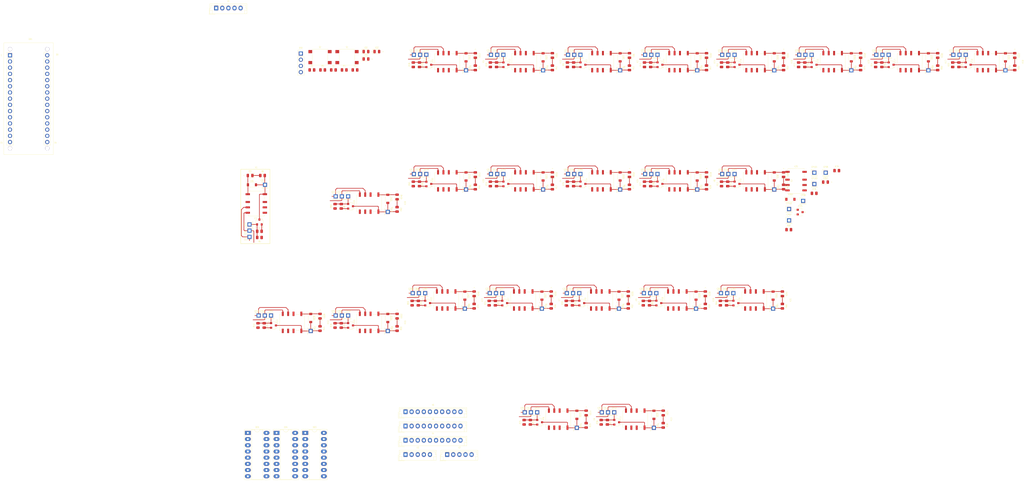
<source format=kicad_pcb>
(kicad_pcb (version 20210824) (generator pcbnew)
  (title_block (title "stend") (date "issue") (rev "rev") (company "comp") (comment 1 "c1") (comment 2 "c2") (comment 3 "c3") (comment 4 "c4") (comment 5 "c5") (comment 6 "c6") (comment 7 "c7") (comment 8 "c8") (comment 9 "c9"))
  (layers (0 "F.Cu" signal) (31 "B.Cu" signal) (34 "B.Paste" user) (35 "F.Paste" user) (36 "B.SilkS" user "B.Silkscreen") (37 "F.SilkS" user "F.Silkscreen") (38 "B.Mask" user) (39 "F.Mask" user) (44 "Edge.Cuts" user))
  (net 0 "")
  (net 1 "/INSTR+")
  (net 2 "/CTRL1")
  (net 3 "Net-(CP3-Pad1)")
  (net 4 "Net-(CP4-Pad1)")
  (net 5 "/CTRL2")
  (net 6 "Net-(CP7-Pad1)")
  (net 7 "Net-(CP8-Pad1)")
  (net 8 "/CTRL3")
  (net 9 "Net-(CP11-Pad1)")
  (net 10 "Net-(CP12-Pad1)")
  (net 11 "/CTRL4")
  (net 12 "Net-(CP15-Pad1)")
  (net 13 "Net-(CP16-Pad1)")
  (net 14 "/CTRL5")
  (net 15 "Net-(CP19-Pad1)")
  (net 16 "Net-(CP20-Pad1)")
  (net 17 "/CTRL6")
  (net 18 "Net-(CP23-Pad1)")
  (net 19 "Net-(CP24-Pad1)")
  (net 20 "/CTRL7")
  (net 21 "Net-(CP27-Pad1)")
  (net 22 "Net-(CP28-Pad1)")
  (net 23 "/CTRL8")
  (net 24 "Net-(CP31-Pad1)")
  (net 25 "Net-(CP32-Pad1)")
  (net 26 "/CTRL9")
  (net 27 "Net-(CP35-Pad1)")
  (net 28 "Net-(CP36-Pad1)")
  (net 29 "/CTRL10")
  (net 30 "Net-(CP39-Pad1)")
  (net 31 "Net-(CP40-Pad1)")
  (net 32 "/CTRL11")
  (net 33 "Net-(CP43-Pad1)")
  (net 34 "Net-(CP44-Pad1)")
  (net 35 "/CTRL12")
  (net 36 "Net-(CP47-Pad1)")
  (net 37 "Net-(CP48-Pad1)")
  (net 38 "/CTRL13")
  (net 39 "Net-(CP51-Pad1)")
  (net 40 "Net-(CP52-Pad1)")
  (net 41 "/CTRL14")
  (net 42 "Net-(CP55-Pad1)")
  (net 43 "Net-(CP56-Pad1)")
  (net 44 "/CTRL15")
  (net 45 "Net-(CP59-Pad1)")
  (net 46 "Net-(CP60-Pad1)")
  (net 47 "/CTRL16")
  (net 48 "Net-(CP63-Pad1)")
  (net 49 "Net-(CP64-Pad1)")
  (net 50 "/CTRL17")
  (net 51 "Net-(CP67-Pad1)")
  (net 52 "Net-(CP68-Pad1)")
  (net 53 "/CTRL18")
  (net 54 "Net-(CP71-Pad1)")
  (net 55 "Net-(CP72-Pad1)")
  (net 56 "/CTRL19")
  (net 57 "Net-(CP75-Pad1)")
  (net 58 "Net-(CP76-Pad1)")
  (net 59 "/CTRL20")
  (net 60 "Net-(CP79-Pad1)")
  (net 61 "Net-(CP80-Pad1)")
  (net 62 "/CTRL21")
  (net 63 "Net-(CP83-Pad1)")
  (net 64 "Net-(CP84-Pad1)")
  (net 65 "/CTRL22")
  (net 66 "Net-(CP87-Pad1)")
  (net 67 "Net-(CP88-Pad1)")
  (net 68 "/CTRL23")
  (net 69 "Net-(CP91-Pad1)")
  (net 70 "Net-(CP92-Pad1)")
  (net 71 "/CTRL24")
  (net 72 "Net-(CP95-Pad1)")
  (net 73 "Net-(CP96-Pad1)")
  (net 74 "+5V")
  (net 75 "/MCU+")
  (net 76 "Net-(CP99-Pad1)")
  (net 77 "Net-(CP100-Pad1)")
  (net 78 "GNDD")
  (net 79 "/MCU_GND")
  (net 80 "/2_MCU/SCK")
  (net 81 "Net-(DD1-Pad8)")
  (net 82 "Net-(DD1-Pad9)")
  (net 83 "Net-(DD1-Pad20)")
  (net 84 "Net-(DD1-Pad21)")
  (net 85 "/2_MCU/SYNC IN")
  (net 86 "/2_MCU/SYNC OUT")
  (net 87 "Net-(DD1-Pad25)")
  (net 88 "Net-(DD1-Pad27)")
  (net 89 "/2_MCU/CS{slash}SS")
  (net 90 "/2_MCU/MOSI")
  (net 91 "/RL2")
  (net 92 "/RL3")
  (net 93 "/RL4")
  (net 94 "/RL5")
  (net 95 "/RL6")
  (net 96 "/RL7")
  (net 97 "/RL8")
  (net 98 "Net-(DD3-Pad9)")
  (net 99 "/RL1")
  (net 100 "/RL10")
  (net 101 "/RL11")
  (net 102 "/RL12")
  (net 103 "/RL13")
  (net 104 "/RL14")
  (net 105 "/RL15")
  (net 106 "/RL16")
  (net 107 "Net-(DD4-Pad9)")
  (net 108 "/RL9")
  (net 109 "/RL18")
  (net 110 "/RL19")
  (net 111 "/RL20")
  (net 112 "/RL21")
  (net 113 "/RL22")
  (net 114 "/RL23")
  (net 115 "/RL24")
  (net 116 "/RL17")
  (net 117 "Net-(R1-Pad2)")
  (net 118 "Net-(R2-Pad2)")
  (net 119 "Net-(R3-Pad2)")
  (net 120 "Net-(R8-Pad1)")
  (net 121 "Net-(R11-Pad1)")
  (net 122 "Net-(R14-Pad1)")
  (net 123 "Net-(R17-Pad1)")
  (net 124 "Net-(R20-Pad1)")
  (net 125 "Net-(R23-Pad1)")
  (net 126 "Net-(R26-Pad1)")
  (net 127 "Net-(R29-Pad1)")
  (net 128 "Net-(R32-Pad1)")
  (net 129 "Net-(R35-Pad1)")
  (net 130 "Net-(R38-Pad1)")
  (net 131 "Net-(R41-Pad1)")
  (net 132 "Net-(R44-Pad1)")
  (net 133 "Net-(R47-Pad1)")
  (net 134 "Net-(R50-Pad1)")
  (net 135 "Net-(R53-Pad1)")
  (net 136 "Net-(R56-Pad1)")
  (net 137 "Net-(R59-Pad1)")
  (net 138 "Net-(R62-Pad1)")
  (net 139 "Net-(R65-Pad1)")
  (net 140 "Net-(R68-Pad1)")
  (net 141 "Net-(R71-Pad1)")
  (net 142 "Net-(R74-Pad1)")
  (net 143 "Net-(R77-Pad1)")
  (net 144 "Net-(R80-Pad1)")
  (footprint "my_Library_ftprint:D_SOD-123" (layer "F.Cu") (at 265.6 119.78 -90)
    (fp_text reference "VD19")
    (fp_text value "1N4148W")
  )
  (footprint "my_Library_ftprint:PinHeader_1x01_P2.54mm_Vertical" (layer "F.Cu") (at 117.584 127.924)
    (fp_text reference "CP73")
    (fp_text value "CP_L")
  )
  (footprint "my_Library_ftprint:PinHeader_1x01_P2.54mm_Vertical" (layer "F.Cu") (at 186.244 69.924)
    (fp_text reference "CP47")
    (fp_text value "CP_L")
  )
  (footprint "my_Library_ftprint:LED_0805_2012Metric" (layer "F.Cu") (at 82.55 119.38 180)
    (fp_text reference "VD4")
    (fp_text value "LED")
  )
  (footprint "my_Library_ftprint:Relay_DPDT_Omron_G6K-2F-Y" (layer "F.Cu") (at 240.232 219.238 -90)
    (fp_text reference "K11")
    (fp_text value "G6K-2F-Y-5VDC_L")
  )
  (footprint "my_Library_ftprint:R_0805_2012Metric" (layer "F.Cu") (at 269.41 124.098 -90)
    (fp_text reference "R29")
    (fp_text value "12k")
  )
  (footprint "my_Library_ftprint:PinHeader_1x01_P2.54mm_Vertical" (layer "F.Cu") (at 280.894 118.764)
    (fp_text reference "CP11")
    (fp_text value "CP_L")
  )
  (footprint "my_Library_ftprint:LED_0805_2012Metric" (layer "F.Cu") (at 300.48 167.858 90)
    (fp_text reference "VD44")
    (fp_text value "LED")
  )
  (footprint "my_Library_ftprint:D_SOD-123" (layer "F.Cu") (at 234.05 119.78 -90)
    (fp_text reference "VD51")
    (fp_text value "1N4148W")
  )
  (footprint "my_Library_ftprint:PinHeader_1x01_P2.54mm_Vertical" (layer "F.Cu") (at 312.444 69.924)
    (fp_text reference "CP91")
    (fp_text value "CP_L")
  )
  (footprint "my_Library_ftprint:PinHeader_1x01_P2.54mm_Vertical" (layer "F.Cu") (at 303.21 137.778)
    (fp_text reference "CP97")
    (fp_text value "CP_L")
  )
  (footprint "my_Library_ftprint:JST_EH_B10B-EH-A_1x10_P2.50mm_Vertical" (layer "F.Cu") (at 146.18 227.908)
    (fp_text reference "X4")
    (fp_text value "B10B-XH-A_right")
  )
  (footprint "my_Library_ftprint:Relay_DPDT_Omron_G6K-2F-Y" (layer "F.Cu") (at 194.852 72.718 -90)
    (fp_text reference "K12")
    (fp_text value "G6K-2F-Y-5VDC_L")
  )
  (footprint "my_Library_ftprint:R_0805_2012Metric" (layer "F.Cu") (at 87.63 119.38)
    (fp_text reference "R8")
    (fp_text value "12k")
  )
  (footprint "my_Library_ftprint:R_0805_2012Metric" (layer "F.Cu") (at 370.21 73.988 90)
    (fp_text reference "R33")
    (fp_text value "2.2k")
  )
  (footprint "my_Library_ftprint:PinHeader_1x01_P2.54mm_Vertical" (layer "F.Cu") (at 278.354 69.924)
    (fp_text reference "CP62")
    (fp_text value "CP_L")
  )
  (footprint "my_Library_ftprint:D_SOD-123" (layer "F.Cu") (at 247.88 217.46 -90)
    (fp_text reference "VD25")
    (fp_text value "1N4148W")
  )
  (footprint "my_Library_ftprint:PinHeader_1x01_P2.54mm_Vertical" (layer "F.Cu") (at 138.92 183.114 -90)
    (fp_text reference "CP60")
    (fp_text value "CP_R")
  )
  (footprint "my_Library_ftprint:PinHeader_1x01_P2.54mm_Vertical" (layer "F.Cu") (at 373.004 69.924)
    (fp_text reference "CP38")
    (fp_text value "CP_L")
  )
  (footprint "my_Library_ftprint:SOT-23_MY_C_E_Silk" (layer "F.Cu") (at 376.56 73.988)
    (fp_text reference "VT10")
    (fp_text value "2SC1815")
  )
  (footprint "my_Library_ftprint:JST_EH_B5B-EH-A_1x05_P2.50mm_Vertical" (layer "F.Cu") (at 146.18 233.758)
    (fp_text reference "X3")
    (fp_text value "B5B-XH-A_Left")
  )
  (footprint "my_Library_ftprint:PinHeader_1x01_P2.54mm_Vertical" (layer "F.Cu") (at 217.794 118.764)
    (fp_text reference "CP95")
    (fp_text value "CP_L")
  )
  (footprint "my_Library_ftprint:PinHeader_1x01_P2.54mm_Vertical" (layer "F.Cu") (at 170.47 173.954 -90)
    (fp_text reference "CP88")
    (fp_text value "CP_R")
  )
  (footprint "my_Library_ftprint:PinHeader_1x01_P2.54mm_Vertical" (layer "F.Cu") (at 200.074 216.444)
    (fp_text reference "CP23")
    (fp_text value "CP_L")
  )
  (footprint "my_Library_ftprint:Relay_DPDT_Omron_G6K-2F-Y" (layer "F.Cu") (at 131.272 179.558 -90)
    (fp_text reference "K15")
    (fp_text value "G6K-2F-Y-5VDC_L")
  )
  (footprint "my_Library_ftprint:Relay_DPDT_Omron_G6K-2F-Y" (layer "F.Cu") (at 85.09 130.838)
    (fp_text reference "K1")
    (fp_text value "G6K-2F-Y-5VDC_L")
  )
  (footprint "my_Library_ftprint:R_0805_2012Metric" (layer "F.Cu") (at 111.18 182.098 -90)
    (fp_text reference "R44")
    (fp_text value "12k")
  )
  (footprint "my_Library_ftprint:PinHeader_1x01_P2.54mm_Vertical" (layer "F.Cu") (at 181.164 69.924)
    (fp_text reference "CP45")
    (fp_text value "CP_L")
  )
  (footprint "my_Library_ftprint:Relay_DPDT_Omron_G6K-2F-Y" (layer "F.Cu") (at 352.602 72.718 -90)
    (fp_text reference "K17")
    (fp_text value "G6K-2F-Y-5VDC_L")
  )
  (footprint "my_Library_ftprint:R_0805_2012Metric" (layer "F.Cu") (at 205.83 172.938 -90)
    (fp_text reference "R26")
    (fp_text value "12k")
  )
  (footprint "my_Library_ftprint:PinHeader_1x01_P2.54mm_Vertical" (layer "F.Cu") (at 185.764 167.604)
    (fp_text reference "CP27")
    (fp_text value "CP_L")
  )
  (footprint "my_Library_ftprint:PinHeader_1x01_P2.54mm_Vertical" (layer "F.Cu") (at 247.88 222.794 -90)
    (fp_text reference "CP44")
    (fp_text value "CP_R")
  )
  (footprint "my_Library_ftprint:PinHeader_1x01_P2.54mm_Vertical" (layer "F.Cu") (at 246.804 69.924)
    (fp_text reference "CP54")
    (fp_text value "CP_L")
  )
  (footprint "my_Library_ftprint:R_0805_2012Metric" (layer "F.Cu") (at 121.08 76.118)
    (fp_text reference "R4")
    (fp_text value "33k")
  )
  (footprint "my_Library_ftprint:SOT-23_MY_C_E_Silk" (layer "F.Cu") (at 201.09 220.508)
    (fp_text reference "VT6")
    (fp_text value "2SC1815")
  )
  (footprint "my_Library_ftprint:JST_EH_B5B-EH-A_1x05_P2.50mm_Vertical" (layer "F.Cu") (at 68.66 50.754)
    (fp_text reference "X1")
    (fp_text value "JST-B2B-XHA_Left")
  )
  (footprint "my_Library_ftprint:LED_0805_2012Metric" (layer "F.Cu") (at 237.86 70.178 90)
    (fp_text reference "VD6")
    (fp_text value "LED")
  )
  (footprint "my_Library_ftprint:PinHeader_1x01_P2.54mm_Vertical" (layer "F.Cu") (at 375.544 69.924)
    (fp_text reference "CP39")
    (fp_text value "CP_L")
  )
  (footprint "my_Library_ftprint:R_0805_2012Metric" (layer "F.Cu") (at 237.86 124.098 -90)
    (fp_text reference "R77")
    (fp_text value "12k")
  )
  (footprint "my_Library_ftprint:Nano_328pu" (layer "F.Cu") (at -15.748 70.104)
    (fp_text reference "DD1")
    (fp_text value "NANO_ATmega328")
  )
  (footprint "my_Library_ftprint:R_0805_2012Metric" (layer "F.Cu") (at 151.42 171.668 -90)
    (fp_text reference "R70")
    (fp_text value "2.2kvert")
  )
  (footprint "my_Library_ftprint:R_0805_2012Metric" (layer "F.Cu") (at 268.93 172.938 -90)
    (fp_text reference "R59")
    (fp_text value "12k")
  )
  (footprint "my_Library_ftprint:PinHeader_1x01_P2.54mm_Vertical" (layer "F.Cu") (at 244.264 69.924)
    (fp_text reference "CP53")
    (fp_text value "CP_L")
  )
  (footprint "my_Library_ftprint:R_0805_2012Metric" (layer "F.Cu") (at 246.55 122.828 -90)
    (fp_text reference "R28")
    (fp_text value "2.2kvert")
  )
  (footprint "my_Library_ftprint:R_0805_2012Metric" (layer "F.Cu") (at 149.36 122.828 90)
    (fp_text reference "R63")
    (fp_text value "2.2k")
  )
  (footprint "my_Library_ftprint:R_0805_2012Metric" (layer "F.Cu") (at 112.26 76.118)
    (fp_text reference "R5")
    (fp_text value "33k")
  )
  (footprint "my_Library_ftprint:R_0805_2012Metric" (layer "F.Cu") (at 275.08 171.668 90)
    (fp_text reference "R66")
    (fp_text value "2.2k")
  )
  (footprint "my_Library_ftprint:R_0805_2012Metric" (layer "F.Cu") (at 174.28 172.938 -90)
    (fp_text reference "R71")
    (fp_text value "12k")
  )
  (footprint "my_Library_ftprint:PinHeader_1x01_P2.54mm_Vertical" (layer "F.Cu") (at 149.134 167.604)
    (fp_text reference "CP85")
    (fp_text value "CP_L")
  )
  (footprint "my_Library_ftprint:LED_0805_2012Metric" (layer "F.Cu") (at 268.93 167.858 90)
    (fp_text reference "VD38")
    (fp_text value "LED")
  )
  (footprint "my_Library_ftprint:D_SOD-123" (layer "F.Cu") (at 107.37 177.78 -90)
    (fp_text reference "VD29")
    (fp_text value "1N4148W")
  )
  (footprint "my_Library_ftprint:PinHeader_1x01_P2.54mm_Vertical" (layer "F.Cu") (at 217.314 167.604)
    (fp_text reference "CP35")
    (fp_text value "CP_L")
  )
  (footprint "my_Library_ftprint:R_0805_2012Metric" (layer "F.Cu") (at 149.36 73.988 90)
    (fp_text reference "R18")
    (fp_text value "2.2k")
  )
  (footprint "my_Library_ftprint:R_0805_2012Metric" (layer "F.Cu") (at 125.49 76.118)
    (fp_text reference "R3")
    (fp_text value "33k")
  )
  (footprint "my_Library_ftprint:PinHeader_1x01_P2.54mm_Vertical" (layer "F.Cu") (at 233.57 173.954 -90)
    (fp_text reference "CP36")
    (fp_text value "CP_R")
  )
  (footprint "my_Library_ftprint:SOT-23_MY_C_E_Silk" (layer "F.Cu") (at 281.91 73.988)
    (fp_text reference "VT16")
    (fp_text value "2SC1815")
  )
  (footprint "my_Library_ftprint:R_0805_2012Metric" (layer "F.Cu") (at 211.98 171.668 90)
    (fp_text reference "R30")
    (fp_text value "2.2k")
  )
  (footprint "my_Library_ftprint:LED_0805_2012Metric" (layer "F.Cu") (at 174.76 119.018 90)
    (fp_text reference "VD42")
    (fp_text value "LED")
  )
  (footprint "my_Library_ftprint:DIP-16_W7.62mm_Socket_LongPads" (layer "F.Cu") (at 105.13 224.868)
    (fp_text reference "DD3")
    (fp_text value "74HC595")
  )
  (footprint "my_Library_ftprint:PinHeader_1x01_P2.54mm_Vertical" (layer "F.Cu") (at 249.344 118.764)
    (fp_text reference "CP31")
    (fp_text value "CP_L")
  )
  (footprint "my_Library_ftprint:SOT-23_MY_C_E_Silk" (layer "F.Cu") (at 155.71 122.828)
    (fp_text reference "VT20")
    (fp_text value "2SC1815")
  )
  (footprint "my_Library_ftprint:D_SOD-123" (layer "F.Cu") (at 83.312 123.19)
    (fp_text reference "VD5")
    (fp_text value "1N4148W")
  )
  (footprint "my_Library_ftprint:Relay_DPDT_Omron_G6K-2F-Y" (layer "F.Cu") (at 208.682 219.238 -90)
    (fp_text reference "K6")
    (fp_text value "G6K-2F-Y-5VDC_L")
  )
  (footprint "my_Library_ftprint:LED_0805_2012Metric" (layer "F.Cu") (at 129.99 71.623)
    (fp_text reference "VD3")
    (fp_text value "LED")
  )
  (footprint "my_Library_ftprint:R_0805_2012Metric" (layer "F.Cu") (at 180.91 73.988 90)
    (fp_text reference "R39")
    (fp_text value "2.2k")
  )
  (footprint "my_Library_ftprint:R_0805_2012Metric" (layer "F.Cu") (at 174.76 124.098 -90)
    (fp_text reference "R65")
    (fp_text value "12k")
  )
  (footprint "my_Library_ftprint:LED_0805_2012Metric" (layer "F.Cu") (at 142.73 177.018 90)
    (fp_text reference "VD32")
    (fp_text value "LED")
  )
  (footprint "my_Library_ftprint:PinHeader_1x01_P2.54mm_Vertical" (layer "F.Cu") (at 313.56 122.878)
    (fp_text reference "CP100")
    (fp_text value "CP_R")
  )
  (footprint "my_Library_ftprint:R_0805_2012Metric" (layer "F.Cu") (at 117.33 180.828 90)
    (fp_text reference "R48")
    (fp_text value "2.2k")
  )
  (footprint "my_Library_ftprint:R_0805_2012Metric" (layer "F.Cu") (at 215 122.828 -90)
    (fp_text reference "R76")
    (fp_text value "2.2kvert")
  )
  (footprint "my_Library_ftprint:PinHeader_1x01_P2.54mm_Vertical" (layer "F.Cu") (at 280.414 167.604)
    (fp_text reference "CP83")
    (fp_text value "CP_L")
  )
  (footprint "my_Library_ftprint:PinHeader_1x01_P2.54mm_Vertical" (layer "F.Cu") (at 280.894 69.924)
    (fp_text reference "CP63")
    (fp_text value "CP_L")
  )
  (footprint "my_Library_ftprint:D_SOD-123" (layer "F.Cu") (at 391.8 70.94 -90)
    (fp_text reference "VD23")
    (fp_text value "1N4148W")
  )
  (footprint "my_Library_ftprint:R_0805_2012Metric" (layer "F.Cu") (at 275.56 122.828 90)
    (fp_text reference "R12")
    (fp_text value "2.2k")
  )
  (footprint "my_Library_ftprint:PinHeader_1x01_P2.54mm_Vertical" (layer "F.Cu") (at 202.5 125.114 -90)
    (fp_text reference "CP16")
    (fp_text value "CP_R")
  )
  (footprint "my_Library_ftprint:SOT-23_MY_C_E_Silk" (layer "F.Cu") (at 186.78 171.668)
    (fp_text reference "VT7")
    (fp_text value "2SC1815")
  )
  (footprint "my_Library_ftprint:D_SOD-123" (layer "F.Cu") (at 202.5 119.78 -90)
    (fp_text reference "VD11")
    (fp_text value "1N4148W")
  )
  (footprint "my_Library_ftprint:Relay_DPDT_Omron_G6K-2F-Y" (layer "F.Cu") (at 163.302 72.718 -90)
    (fp_text reference "K5")
    (fp_text value "G6K-2F-Y-5VDC_L")
  )
  (footprint "my_Library_ftprint:PinHeader_1x01_P2.54mm_Vertical" (layer "F.Cu") (at 234.05 76.274 -90)
    (fp_text reference "CP8")
    (fp_text value "CP_R")
  )
  (footprint "my_Library_ftprint:D_SOD-123" (layer "F.Cu") (at 216.33 217.46 -90)
    (fp_text reference "VD15")
    (fp_text value "1N4148W")
  )
  (footprint "my_Library_ftprint:Relay_DPDT_Omron_G6K-2F-Y" (layer "F.Cu") (at 194.372 170.398 -90)
    (fp_text reference "K7")
    (fp_text value "G6K-2F-Y-5VDC_L")
  )
  (footprint "my_Library_ftprint:SOT-23_MY_C_E_Silk" (layer "F.Cu") (at 249.88 171.668)
    (fp_text reference "VT18")
    (fp_text value "2SC1815")
  )
  (footprint "my_Library_ftprint:SOT-23_MY_C_E_Silk" (layer "F.Cu") (at 187.26 122.828)
    (fp_text reference "VT4")
    (fp_text value "2SC1815")
  )
  (footprint "my_Library_ftprint:LED_0805_2012Metric" (layer "F.Cu") (at 174.28 167.858 90)
    (fp_text reference "VD46")
    (fp_text value "LED")
  )
  (footprint "my_Library_ftprint:R_0805_2012Metric" (layer "F.Cu") (at 142.73 133.258 -90)
    (fp_text reference "R62")
    (fp_text value "12k")
  )
  (footprint "my_Library_ftprint:SOT-23_MY_C_E_Silk" (layer "F.Cu") (at 250.36 122.828)
    (fp_text reference "VT8")
    (fp_text value "2SC1815")
  )
  (footprint "my_Library_ftprint:PinHeader_1x01_P2.54mm_Vertical" (layer "F.Cu") (at 231.624 216.444)
    (fp_text reference "CP43")
    (fp_text value "CP_L")
  )
  (footprint "my_Library_ftprint:PinHeader_1x01_P2.54mm_Vertical" (layer "F.Cu") (at 243.784 167.604)
    (fp_text reference "CP69")
    (fp_text value "CP_L")
  )
  (footprint "my_Library_ftprint:PinHeader_1x01_P2.54mm_Vertical" (layer "F.Cu") (at 244.264 118.764)
    (fp_text reference "CP29")
    (fp_text value "CP_L")
  )
  (footprint "my_Library_ftprint:PinHeader_1x01_P2.54mm_Vertical" (layer "F.Cu") (at 328.7 76.274 -90)
    (fp_text reference "CP92")
    (fp_text value "CP_R")
  )
  (footprint "my_Library_ftprint:PinHeader_1x01_P2.54mm_Vertical" (layer "F.Cu") (at 303.21 133.128)
    (fp_text reference "CP102")
    (fp_text value "CP_R")
  )
  (footprint "my_Library_ftprint:PinHeader_1x01_P2.54mm_Vertical" (layer "F.Cu") (at 186.244 118.764)
    (fp_text reference "CP15")
    (fp_text value "CP_L")
  )
  (footprint "my_Library_ftprint:R_0805_2012Metric" (layer "F.Cu") (at 214.52 171.668 -90)
    (fp_text reference "R31")
    (fp_text value "2.2kvert")
  )
  (footprint "my_Library_ftprint:SOT-23_MY_C_E_Silk" (layer "F.Cu") (at 218.33 171.668)
    (fp_text reference "VT9")
    (fp_text value "2SC1815")
  )
  (footprint "my_Library_ftprint:D_SOD-123" (layer "F.Cu") (at 170.47 168.62 -90)
    (fp_text reference "VD47")
    (fp_text value "1N4148W")
  )
  (footprint "my_Library_ftprint:D_SOD-123" (layer "F.Cu") (at 303.76 129.128)
    (fp_text reference "VD53")
    (fp_text value "1N4148W")
  )
  (footprint "my_Library_ftprint:PinHeader_1x01_P2.54mm_Vertical" (layer "F.Cu") (at 275.814 118.764)
    (fp_text reference "CP9")
    (fp_text value "CP_L")
  )
  (footprint "my_Library_ftprint:SOT-23_MY_C_E_Silk" (layer "F.Cu") (at 218.81 122.828)
    (fp_text reference "VT24")
    (fp_text value "2SC1815")
  )
  (footprint "my_Library_ftprint:D_SOD-123" (layer "F.Cu") (at 170.95 70.94 -90)
    (fp_text reference "VD13")
    (fp_text value "1N4148W")
  )
  (footprint "my_Library_ftprint:D_SOD-123" (layer "F.Cu") (at 170.95 119.78 -90)
    (fp_text reference "VD43")
    (fp_text value "1N4148W")
  )
  (footprint "my_Library_ftprint:SOT-23_MY_C_E_Silk" (layer "F.Cu") (at 250.36 73.988)
    (fp_text reference "VT14")
    (fp_text value "2SC1815")
  )
  (footprint "my_Library_ftprint:Relay_DPDT_Omron_G6K-2F-Y" (layer "F.Cu") (at 289.022 170.398 -90)
    (fp_text reference "K21")
    (fp_text value "G6K-2F-Y-5VDC_L")
  )
  (footprint "my_Library_ftprint:D_SOD-123" (layer "F.Cu") (at 328.7 70.94 -90)
    (fp_text reference "VD49")
    (fp_text value "1N4148W")
  )
  (footprint "my_Library_ftprint:R_0805_2012Metric" (layer "F.Cu") (at 116.67 76.118)
    (fp_text reference "R2")
    (fp_text value "33k")
  )
  (footprint "my_Library_ftprint:Relay_DPDT_Omron_G6K-2F-Y" (layer "F.Cu") (at 194.852 121.558 -90)
    (fp_text reference "K4")
    (fp_text value "G6K-2F-Y-5VDC_L")
  )
  (footprint "my_Library_ftprint:LED_0805_2012Metric" (layer "F.Cu") (at 111.18 177.018 90)
    (fp_text reference "VD28")
    (fp_text value "LED")
  )
  (footprint "my_Library_ftprint:PinHeader_1x01_P2.54mm_Vertical" (layer "F.Cu") (at 82.296 144.526 90)
    (fp_text reference "CP1")
    (fp_text value "CP_L")
  )
  (footprint "my_Library_ftprint:PinHeader_1x01_P2.54mm_Vertical" (layer "F.Cu") (at 120.124 176.764)
    (fp_text reference "CP58")
    (fp_text value "CP_L")
  )
  (footprint "my_Library_ftprint:PinHeader_1x01_P2.54mm_Vertical" (layer "F.Cu") (at 313.56 118.228)
    (fp_text reference "CP101")
    (fp_text value "CP_R")
  )
  (footprint "my_Library_ftprint:PinHeader_1x01_P2.54mm_Vertical" (layer "F.Cu") (at 307.364 69.924)
    (fp_text reference "CP89")
    (fp_text value "CP_L")
  )
  (footprint "my_Library_ftprint:PinHeader_1x01_P2.54mm_Vertical" (layer "F.Cu") (at 297.15 125.114 -90)
    (fp_text reference "CP12")
    (fp_text value "CP_R")
  )
  (footprint "my_Library_ftprint:R_0805_2012Metric" (layer "F.Cu") (at 85.78 180.828 90)
    (fp_text reference "R42")
    (fp_text value "2.2k")
  )
  (footprint "my_Library_ftprint:PinHeader_1x01_P2.54mm_Vertical" (layer "F.Cu") (at 234.05 125.114 -90)
    (fp_text reference "CP96")
    (fp_text value "CP_R")
  )
  (footprint "my_Library_ftprint:LED_0805_2012Metric" (layer "F.Cu") (at 269.41 70.178 90)
    (fp_text reference "VD30")
    (fp_text value "LED")
  )
  (footprint "my_Library_ftprint:R_0805_2012Metric" (layer "F.Cu") (at 341.2 73.988 -90)
    (fp_text reference "R55")
    (fp_text value "2.2kvert")
  )
  (footprint "my_Library_ftprint:R_0805_2012Metric" (layer "F.Cu") (at 86.36 144.78 180)
    (fp_text reference "R6")
    (fp_text value "2.2k")
  )
  (footprint "my_Library_ftprint:LED_0805_2012Metric" (layer "F.Cu") (at 332.51 70.178 90)
    (fp_text reference "VD48")
    (fp_text value "LED")
  )
  (footprint "my_Library_ftprint:R_0805_2012Metric" (layer "F.Cu") (at 119.87 131.988 -90)
    (fp_text reference "R61")
    (fp_text value "2.2kvert")
  )
  (footprint "my_Library_ftprint:PinHeader_1x01_P2.54mm_Vertical" (layer "F.Cu") (at 249.344 69.924)
    (fp_text reference "CP55")
    (fp_text value "CP_L")
  )
  (footprint "my_Library_ftprint:Relay_DPDT_Omron_G6K-2F-Y" (layer "F.Cu") (at 257.952 72.718 -90)
    (fp_text reference "K14")
    (fp_text value "G6K-2F-Y-5VDC_L")
  )
  (footprint "my_Library_ftprint:R_0805_2012Metric" (layer "F.Cu") (at 107.85 76.118)
    (fp_text reference "R1")
    (fp_text value "33k")
  )
  (footprint "my_Library_ftprint:PinHeader_1x01_P2.54mm_Vertical" (layer "F.Cu") (at 183.704 69.924)
    (fp_text reference "CP46")
    (fp_text value "CP_L")
  )
  (footprint "my_Library_ftprint:R_0805_2012Metric" (layer "F.Cu") (at 183.45 122.828 -90)
    (fp_text reference "R16")
    (fp_text value "2.2kvert")
  )
  (footprint "my_Library_ftprint:PinHeader_1x01_P2.54mm_Vertical" (layer "F.Cu") (at 248.864 167.604)
    (fp_text reference "CP71")
    (fp_text value "CP_L")
  )
  (footprint "my_Library_ftprint:Relay_DPDT_Omron_G6K-2F-Y" (layer "F.Cu") (at 226.402 72.718 -90)
    (fp_text reference "K2")
    (fp_text value "G6K-2F-Y-5VDC_L")
  )
  (footprint "my_Library_ftprint:PinHeader_1x01_P2.54mm_Vertical" (layer "F.Cu") (at 217.794 69.924)
    (fp_text reference "CP7")
    (fp_text value "CP_L")
  )
  (footprint "my_Library_ftprint:PinHeader_1x01_P2.54mm_Vertical" (layer "F.Cu") (at 91.114 176.764)
    (fp_text reference "CP51")
    (fp_text value "CP_L")
  )
  (footprint "my_Library_ftprint:SW_Push_2P1T_6x6mm" (layer "F.Cu") (at 122.22 70.853)
    (fp_text reference "S1")
    (fp_text value "taktile button KLS7")
  )
  (footprint "my_Library_ftprint:PinHeader_1x01_P2.54mm_Vertical" (layer "F.Cu") (at 82.296 141.986 90)
    (fp_text reference "CP2")
    (fp_text value "CP_L")
  )
  (footprint "my_Library_ftprint:PinHeader_1x01_P2.54mm_Vertical" (layer "F.Cu") (at 154.694 69.924)
    (fp_text reference "CP19")
    (fp_text value "CP_L")
  )
  (footprint "my_Library_ftprint:PinHeader_1x01_P2.54mm_Vertical" (layer "F.Cu") (at 215.254 69.924)
    (fp_text reference "CP6")
    (fp_text value "CP_L")
  )
  (footprint "my_Library_ftprint:PinHeader_1x01_P2.54mm_Vertical" (layer "F.Cu") (at 149.614 69.924)
    (fp_text reference "CP17")
    (fp_text value "CP_L")
  )
  (footprint "my_Library_ftprint:PinHeader_1x01_P2.54mm_Vertical" (layer "F.Cu") (at 86.034 176.764)
    (fp_text reference "CP49")
    (fp_text value "CP_L")
  )
  (footprint "my_Library_ftprint:PinHeader_1x01_P2.54mm_Vertical" (layer "F.Cu") (at 107.37 183.114 -90)
    (fp_text reference "CP52")
    (fp_text value "CP_R")
  )
  (footprint "my_Library_ftprint:R_0805_2012Metric" (layer "F.Cu") (at 215 73.988 -90)
    (fp_text reference "R10")
    (fp_text value "2.2kvert")
  )
  (footprint "my_Library_ftprint:R_0805_2012Metric" (layer "F.Cu") (at 300.48 172.938 -90)
    (fp_text reference "R68")
    (fp_text value "12k")
  )
  (footprint "my_Library_ftprint:PinHeader_1x01_P2.54mm_Vertical" (layer "F.Cu") (at 138.92 134.274 -90)
    (fp_text reference "CP76")
    (fp_text value "CP_R")
  )
  (footprint "my_Library_ftprint:R_0805_2012Metric" (layer "F.Cu") (at 372.75 73.988 -90)
    (fp_text reference "R34")
    (fp_text value "2.2kvert")
  )
  (footprint "my_Library_ftprint:Relay_DPDT_Omron_G6K-2F-Y" (layer "F.Cu") (at 162.822 170.398 -90)
    (fp_text reference "K22")
    (fp_text value "G6K-2F-Y-5VDC_L")
  )
  (footprint "my_Library_ftprint:LED_0805_2012Metric" (layer "F.Cu") (at 174.76 70.178 90)
    (fp_text reference "VD12")
    (fp_text value "LED")
  )
  (footprint "my_Library_ftprint:PinHeader_1x01_P2.54mm_Vertical" (layer "F.Cu") (at 202.5 76.274 -90)
    (fp_text reference "CP48")
    (fp_text value "CP_R")
  )
  (footprint "my_Library_ftprint:LED_0805_2012Metric" (layer "F.Cu") (at 206.31 119.018 90)
    (fp_text reference "VD10")
    (fp_text value "LED")
  )
  (footprint "my_Library_ftprint:R_0805_2012Metric" (layer "F.Cu") (at 246.07 171.668 -90)
    (fp_text reference "R58")
    (fp_text value "2.2kvert")
  )
  (footprint "my_Library_ftprint:LED_0805_2012Metric" (layer "F.Cu") (at 205.83 167.858 90)
    (fp_text reference "VD16")
    (fp_text value "LED")
  )
  (footprint "my_Library_ftprint:R_0805_2012Metric" (layer "F.Cu") (at 142.73 182.098 -90)
    (fp_text reference "R50")
    (fp_text value "12k")
  )
  (footprint "my_Library_ftprint:R_0805_2012Metric" (layer "F.Cu") (at 237.86 75.258 -90)
    (fp_text reference "R11")
    (fp_text value "12k")
  )
  (footprint "my_Library_ftprint:PinHeader_1x01_P2.54mm_Vertical" (layer "F.Cu") (at 202.02 173.954 -90)
    (fp_text reference "CP28")
    (fp_text value "CP_R")
  )
  (footprint "my_Library_ftprint:PinHeader_1x01_P2.54mm_Vertical" (layer "F.Cu") (at 309.904 69.924)
    (fp_text reference "CP90")
    (fp_text value "CP_L")
  )
  (footprint "my_Library_ftprint:PinHeader_1x01_P2.54mm_Vertical" (layer "F.Cu") (at 275.814 69.924)
    (fp_text reference "CP61")
    (fp_text value "CP_L")
  )
  (footprint "my_Library_ftprint:PinHeader_1x01_P2.54mm_Vertical" (layer "F.Cu") (at 82.296 139.446 90)
    (fp_text reference "CP3")
    (fp_text value "CP_L")
  )
  (footprint "my_Library_ftprint:D_SOD-123" (layer "F.Cu") (at 233.57 168.62 -90)
    (fp_text reference "VD21")
    (fp_text value "1N4148W")
  )
  (footprint "my_Library_ftprint:SOT-23_MY_C_E_Silk" (layer "F.Cu") (at 232.64 220.508)
    (fp_text reference "VT11")
    (fp_text value "2SC1815")
  )
  (footprint "my_Library_ftprint:JST_EH_B10B-EH-A_1x10_P2.50mm_Vertical" (layer "F.Cu") (at 146.18 216.208)
    (fp_text reference "X5")
    (fp_text value "B10B-XH-A_right")
  )
  (footprint "my_Library_ftprint:SOT-23_MY_C_E_Silk" (layer "F.Cu") (at 123.68 180.828)
    (fp_text reference "VT15")
    (fp_text value "2SC1815")
  )
  (footprint "my_Library_ftprint:D_SOD-123" (layer "F.Cu") (at 297.15 119.78 -90)
    (fp_text reference "VD9")
    (fp_text value "1N4148W")
  )
  (footprint "my_Library_ftprint:Relay_DPDT_Omron_G6K-2F-Y" (layer "F.Cu") (at 257.472 170.398 -90)
    (fp_text reference "K18")
    (fp_text value "G6K-2F-Y-5VDC_L")
  )
  (footprint "my_Library_ftprint:D_SOD-123" (layer "F.Cu") (at 297.15 70.94 -90)
    (fp_text reference "VD35")
    (fp_text value "1N4148W")
  )
  (footprint "my_Library_ftprint:R_0805_2012Metric" (layer "F.Cu") (at 206.31 75.258 -90)
    (fp_text reference "R41")
    (fp_text value "12k")
  )
  (footprint "my_Library_ftprint:PinHeader_1x01_P2.54mm_Vertical" (layer "F.Cu") (at 370.464 69.924)
    (fp_text reference "CP37")
    (fp_text value "CP_L")
  )
  (footprint "my_Library_ftprint:PinHeader_1x01_P2.54mm_Vertical" (layer "F.Cu") (at 197.534 216.444)
    (fp_text reference "CP22")
    (fp_text value "CP_L")
  )
  (footprint "my_Library_ftprint:R_0805_2012Metric" (layer "F.Cu") (at 243.53 171.668 90)
    (fp_text reference "R57")
    (fp_text value "2.2k")
  )
  (footprint "my_Library_ftprint:SOT-23_MY_C_E_Silk" (layer "F.Cu") (at 218.81 73.988)
    (fp_text reference "VT2")
    (fp_text value "2SC1815")
  )
  (footprint "my_Library_ftprint:PinHeader_1x04_P2.54mm_Vertical" (layer "F.Cu") (at 103.32 69.388)
    (fp_text reference "DD2")
    (fp_text value "Display_1306")
  )
  (footprint "my_Library_ftprint:PinHeader_1x01_P2.54mm_Vertical" (layer "F.Cu") (at 246.804 118.764)
    (fp_text reference "CP30")
    (fp_text value "CP_L")
  )
  (footprint "my_Library_ftprint:PinHeader_1x01_P2.54mm_Vertical" (layer "F.Cu") (at 277.874 167.604)
    (fp_text reference "CP82")
    (fp_text value "CP_L")
  )
  (footprint "my_Library_ftprint:R_0805_2012Metric" (layer "F.Cu") (at 212.46 122.828 90)
    (fp_text reference "R75")
    (fp_text value "2.2k")
  )
  (footprint "my_Library_ftprint:SOT-23_MY_C_E_Silk" (layer "F.Cu") (at 123.68 131.988)
    (fp_text reference "VT19")
    (fp_text value "2SC1815")
  )
  (footprint "my_Library_ftprint:PinHeader_1x01_P2.54mm_Vertical" (layer "F.Cu") (at 338.914 69.924)
    (fp_text reference "CP65")
    (fp_text value "CP_L")
  )
  (footprint "my_Library_ftprint:R_0805_2012Metric" (layer "F.Cu") (at 278.1 73.988 -90)
    (fp_text reference "R52")
    (fp_text value "2.2kvert")
  )
  (footprint "my_Library_ftprint:SOT-23_MY_C_E_Silk" (layer "F.Cu") (at 345.01 73.988)
    (fp_text reference "VT17")
    (fp_text value "2SC1815")
  )
  (footprint "my_Library_ftprint:LED_0805_2012Metric" (layer "F.Cu") (at 129.99 68.583)
    (fp_text reference "VD1")
    (fp_text value "LED")
  )
  (footprint "my_Library_ftprint:SOT-23_MY_C_E_Silk" (layer "F.Cu") (at 155.23 171.668)
    (fp_text reference "VT22")
    (fp_text value "2SC1815")
  )
  (footprint "my_Library_ftprint:LED_0805_2012Metric" (layer "F.Cu") (at 364.06 70.178 90)
    (fp_text reference "VD36")
    (fp_text value "LED")
  )
  (footprint "my_Library_ftprint:R_0805_2012Metric" (layer "F.Cu") (at 246.55 73.988 -90)
    (fp_text reference "R46")
    (fp_text value "2.2kvert")
  )
  (footprint "my_Library_ftprint:PinHeader_1x01_P2.54mm_Vertical" (layer "F.Cu") (at 265.6 76.274 -90)
    (fp_text reference "CP56")
    (fp_text value "CP_R")
  )
  (footprint "my_Library_ftprint:LED_0805_2012Metric" (layer "F.Cu") (at 269.41 119.018 90)
    (fp_text reference "VD18")
    (fp_text value "LED")
  )
  (footprint "my_Library_ftprint:PinHeader_1x01_P2.54mm_Vertical" (layer "F.Cu") (at 341.454 69.924)
    (fp_text reference "CP66")
    (fp_text value "CP_L")
  )
  (footprint "my_Library_ftprint:R_0805_2012Metric" (layer "F.Cu") (at 395.61 75.258 -90)
    (fp_text reference "R35")
    (fp_text value "12k")
  )
  (footprint "my_Library_ftprint:R_0805_2012Metric" (layer "F.Cu") (at 237.38 172.938 -90)
    (fp_text reference "R32")
    (fp_text value "12k")
  )
  (footprint "my_Library_ftprint:R_0805_2012Metric" (layer "F.Cu") (at 86.36 142.24)
    (fp_text reference "R7")
    (fp_text value "2.2kvert")
  )
  (footprint "my_Library_ftprint:R_0805_2012Metric" (layer "F.Cu") (at 182.97 171.668 -90)
    (fp_text reference "R25")
    (fp_text value "2.2kvert")
  )
  (footprint "my_Library_ftprint:D_SOD-123" (layer "F.Cu") (at 138.92 177.78 -90)
    (fp_text reference "VD33")
    (fp_text value "1N4148W")
  )
  (footprint "my_Library_ftprint:LED_0805_2012Metric" (layer "F.Cu") (at 220.14 216.698 90)
    (fp_text reference "VD14")
    (fp_text value "LED")
  )
  (footprint "my_Library_ftprint:R_0805_2012Metric" (layer "F.Cu") (at 300.96 75.258 -90)
    (fp_text reference "R53")
    (fp_text value "12k")
  )
  (footprint "my_Library_ftprint:R_0805_2012Metric" (layer "F.Cu") (at 332.51 75.258 -90)
    (fp_text reference "R74")
    (fp_text value "12k")
  )
  (footprint "my_Library_ftprint:R_0805_2012Metric" (layer "F.Cu") (at 88.32 180.828 -90)
    (fp_text reference "R43")
    (fp_text value "2.2kvert")
  )
  (footprint "my_Library_ftprint:R_0805_2012Metric" (layer "F.Cu") (at 313.49 126.678)
    (fp_text reference "R78")
    (fp_text value "2.2k")
  )
  (footprint "my_Library_ftprint:PinHeader_1x01_P2.54mm_Vertical" (layer "F.Cu") (at 151.674 167.604)
    (fp_text reference "CP86")
    (fp_text value "CP_L")
  )
  (footprint "my_Library_ftprint:DIP-16_W7.62mm_Socket_LongPads" (layer "F.Cu") (at 93.38 224.868)
    (fp_text reference "DD4")
    (fp_text value "74HC595")
  )
  (footprint "my_Library_ftprint:PinHeader_1x01_P2.54mm_Vertical" (layer "F.Cu") (at 212.234 167.604)
    (fp_text reference "CP33")
    (fp_text value "CP_L")
  )
  (footprint "my_Library_ftprint:PinHeader_1x01_P2.54mm_Vertical" (layer "F.Cu") (at 391.8 76.274 -90)
    (fp_text reference "CP40")
    (fp_text value "CP_R")
  )
  (footprint "my_Library_ftprint:R_0805_2012Metric" (layer "F.Cu") (at 148.88 171.668 90)
    (fp_text reference "R69")
    (fp_text value "2.2k")
  )
  (footprint "my_Library_ftprint:SOT-23_MY_C_E_Silk" (layer "F.Cu") (at 281.43 171.668)
    (fp_text reference "VT21")
    (fp_text value "2SC1815")
  )
  (footprint "my_Library_ftprint:PinHeader_1x01_P2.54mm_Vertical" (layer "F.Cu") (at 212.714 118.764)
    (fp_text reference "CP93")
    (fp_text value "CP_L")
  )
  (footprint "my_Library_ftprint:R_0805_2012Metric" (layer "F.Cu") (at 151.9 122.828 -90)
    (fp_text reference "R64")
    (fp_text value "2.2kvert")
  )
  (footprint "my_Library_ftprint:SOT-23_MY_C_E_Silk" (layer "F.Cu") (at 155.71 73.988)
    (fp_text reference "VT5")
    (fp_text value "2SC1815")
  )
  (footprint "my_Library_ftprint:SW_Push_2P1T_6x6mm" (layer "F.Cu") (at 111.17 70.853)
    (fp_text reference "S2")
    (fp_text value "taktile button KLS7")
  )
  (footprint "my_Library_ftprint:PinHeader_1x01_P2.54mm_Vertical" (layer "F.Cu") (at 214.774 167.604)
    (fp_text reference "CP34")
    (fp_text value "CP_L")
  )
  (footprint "my_Library_ftprint:PinHeader_1x01_P2.54mm_Vertical" (layer "F.Cu") (at 154.694 118.764)
    (fp_text reference "CP79")
    (fp_text value "CP_L")
  )
  (footprint "my_Library_ftprint:PinHeader_1x01_P2.54mm_Vertical" (layer "F.Cu") (at 229.084 216.444)
    (fp_text reference "CP42")
    (fp_text value "CP_L")
  )
  (footprint "my_Library_ftprint:D_SOD-123" (layer "F.Cu") (at 234.05 70.94 -90)
    (fp_text reference "VD7")
    (fp_text value "1N4148W")
  )
  (footprint "my_Library_ftprint:D_SOD-123" (layer "F.Cu") (at 296.67 168.62 -90)
    (fp_text reference "VD45")
    (fp_text value "1N4148W")
  )
  (footprint "my_Library_ftprint:PinHeader_1x01_P2.54mm_Vertical" (layer "F.Cu") (at 183.224 167.604)
    (fp_text reference "CP26")
    (fp_text value "CP_L")
  )
  (footprint "my_Library_ftprint:D_SOD-123" (layer "F.Cu") (at 265.6 70.94 -90)
    (fp_text reference "VD31")
    (fp_text value "1N4148W")
  )
  (footprint "my_Library_ftprint:R_0805_2012Metric" (layer "F.Cu") (at 307.11 73.988 90)
    (fp_text reference "R72")
    (fp_text value "2.2k")
  )
  (footprint "my_Library_ftprint:R_0805_2012Metric" (layer "F.Cu") (at 151.9 73.988 -90)
    (fp_text reference "R19")
    (fp_text value "2.2kvert")
  )
  (footprint "my_Library_ftprint:R_0805_2012Metric" (layer "F.Cu") (at 364.06 75.258 -90)
    (fp_text reference "R56")
    (fp_text value "12k")
  )
  (footprint "my_Library_ftprint:Relay_DPDT_Omron_G6K-2F-Y" (layer "F.Cu") (at 225.922 170.398 -90)
    (fp_text reference "K9")
    (fp_text value "G6K-2F-Y-5VDC_L")
  )
  (footprint "my_Library_ftprint:D_SOD-123" (layer "F.Cu") (at 265.12 168.62 -90)
    (fp_text reference "VD39")
    (fp_text value "1N4148W")
  )
  (footprint "my_Library_ftprint:R_0805_2012Metric" (layer "F.Cu") (at 226.29 220.508 90)
    (fp_text reference "R36")
    (fp_text value "2.2k")
  )
  (footprint "my_Library_ftprint:PinHeader_1x01_P2.54mm_Vertical" (layer "F.Cu") (at 275.334 167.604)
    (fp_text reference "CP81")
    (fp_text value "CP_L")
  )
  (footprint "my_Library_ftprint:PinHeader_1x01_P2.54mm_Vertical" (layer "F.Cu") (at 212.714 69.924)
    (fp_text reference "CP5")
    (fp_text value "CP_L")
  )
  (footprint "my_Library_ftprint:SOT-23_MY_C_E_Silk" (layer "F.Cu") (at 307.76 134.378)
    (fp_text reference "VT25")
    (fp_text value "2SC1815")
  )
  (footprint "my_Library_ftprint:PinHeader_1x01_P2.54mm_Vertical" (layer "F.Cu") (at 170.95 76.274 -90)
    (fp_text reference "CP20")
    (fp_text value "CP_R")
  )
  (footprint "my_Library_ftprint:D_SOD-123" (layer "F.Cu") (at 202.02 168.62 -90)
    (fp_text reference "VD17")
    (fp_text value "1N4148W")
  )
  (footprint "my_Library_ftprint:PinHeader_1x01_P2.54mm_Vertical" (layer "F.Cu") (at 246.324 167.604)
    (fp_text reference "CP70")
    (fp_text value "CP_L")
  )
  (footprint "my_Library_ftprint:R_0805_2012Metric" (layer "F.Cu") (at 183.45 73.988 -90)
    (fp_text reference "R40")
    (fp_text value "2.2kvert")
  )
  (footprint "my_Library_ftprint:PinHeader_1x01_P2.54mm_Vertical" (layer "F.Cu") (at 170.95 125.114 -90)
    (fp_text reference "CP80")
    (fp_text value "CP_R")
  )
  (footprint "my_Library_ftprint:R_0805_2012Metric" (layer "F.Cu") (at 212.46 73.988 90)
    (fp_text reference "R9")
    (fp_text value "2.2k")
  )
  (footprint "my_Library_ftprint:LED_0805_2012Metric" (layer "F.Cu") (at 251.69 216.698 90)
    (fp_text reference "VD24")
    (fp_text value "LED")
  )
  (footprint "my_Library_ftprint:PinHeader_1x01_P2.54mm_Vertical" (layer "F.Cu") (at 117.584 176.764)
    (fp_text reference "CP57")
    (fp_text value "CP_L")
  )
  (footprint "my_Library_ftprint:LED_0805_2012Metric" (layer "F.Cu") (at 318.13 122.073)
    (fp_text reference "VD52")
    (fp_text value "LED")
  )
  (footprint "my_Library_ftprint:R_0805_2012Metric" (layer "F.Cu") (at 117.33 131.988 90)
    (fp_text reference "R60")
    (fp_text value "2.2k")
  )
  (footprint "my_Library_ftprint:PinHeader_1x01_P2.54mm_Vertical" (layer "F.Cu") (at 181.164 118.764)
    (fp_text reference "CP13")
    (fp_text value "CP_L")
  )
  (footprint "my_Library_ftprint:SOT-23_MY_C_E_Silk" (layer "F.Cu") (at 281.91 122.828)
    (fp_text reference "VT3")
    (fp_text value "2SC1815")
  )
  (footprint "my_Library_ftprint:PinHeader_1x01_P2.54mm_Vertical" (layer "F.Cu") (at 215.254 118.764)
    (fp_text reference "CP94")
    (fp_text value "CP_L")
  )
  (footprint "my_Library_ftprint:R_0805_2012Metric" (layer "F.Cu") (at 303.09 141.578)
    (fp_text reference "R80")
    (fp_text value "12k")
  )
  (footprint "my_Library_ftprint:Relay_DPDT_Omron_G6K-2F-Y" (layer "F.Cu") (at 321.052 72.718 -90)
    (fp_text reference "K23")
    (fp_text value "G6K-2F-Y-5VDC_L")
  )
  (footprint "my_Library_ftprint:R_0805_2012Metric" (layer "F.Cu") (at 277.62 171.668 -90)
    (fp_text reference "R67")
    (fp_text value "2.2kvert")
  )
  (footprint "my_Library_ftprint:PinHeader_1x01_P2.54mm_Vertical" (layer "F.Cu") (at 226.544 216.444)
    (fp_text reference "CP41")
    (fp_text value "CP_L")
  )
  (footprint "my_Library_ftprint:R_0805_2012Metric" (layer "F.Cu") (at 244.01 73.988 90)
    (fp_text reference "R45")
    (fp_text value "2.2k")
  )
  (footprint "my_Library_ftprint:LED_0805_2012Metric" (layer "F.Cu") (at 134.44 68.583)
    (fp_text reference "VD2")
    (fp_text value "LED")
  )
  (footprint "my_Library_ftprint:PinHeader_1x01_P2.54mm_Vertical" (layer "F.Cu") (at 265.6 125.114 -90)
    (fp_text reference "CP32")
    (fp_text value "CP_R")
  )
  (footprint "my_Library_ftprint:PinHeader_1x01_P2.54mm_Vertical" (layer "F.Cu") (at 180.684 167.604)
    (fp_text reference "CP25")
    (fp_text value "CP_L")
  )
  (footprint "my_Library_ftprint:Relay_DPDT_Omron_G6K-2F-Y" (layer "F.Cu") (at 306.06 121.678)
    (fp_text reference "K25")
    (fp_text value "G6K-2F-Y-5VDC_L")
  )
  (footprint "my_Library_ftprint:PinHeader_1x01_P2.54mm_Vertical" (layer "F.Cu") (at 183.704 118.764)
    (fp_text reference "CP14")
    (fp_text value "CP_L")
  )
  (footprint "my_Library_ftprint:PinHeader_1x01_P2.54mm_Vertical" (layer "F.Cu") (at 149.614 118.764)
    (fp_text reference "CP77")
    (fp_text value "CP_L")
  )
  (footprint "my_Library_ftprint:Relay_DPDT_Omron_G6K-2F-Y" (layer "F.Cu") (at 99.722 179.558 -90)
    (fp_text reference "K13")
    (fp_text value "G6K-2F-Y-5VDC_L")
  )
  (footprint "my_Library_ftprint:PinHeader_1x01_P2.54mm_Vertical" (layer "F.Cu") (at 278.354 118.764)
    (fp_text reference "CP10")
    (fp_text value "CP_L")
  )
  (footprint "my_Library_ftprint:D_SOD-123" (layer "F.Cu") (at 360.25 70.94 -90)
    (fp_text reference "VD37")
    (fp_text value "1N4148W")
  )
  (footprint "my_Library_ftprint:R_0805_2012Metric" (layer "F.Cu") (at 278.1 122.828 -90)
    (fp_text reference "R13")
    (fp_text value "2.2kvert")
  )
  (footprint "my_Library_ftprint:R_0805_2012Metric" (layer "F.Cu") (at 194.74 220.508 90)
    (fp_text reference "R21")
    (fp_text value "2.2k")
  )
  (footprint "my_Library_ftprint:PinHeader_1x01_P2.54mm_Vertical" (layer "F.Cu") (at 152.154 69.924)
    (fp_text reference "CP18")
    (fp_text value "CP_L")
  )
  (footprint "my_Library_ftprint:R_0805_2012Metric" (layer "F.Cu") (at 228.83 220.508 -90)
    (fp_text reference "R37")
    (fp_text value "2.2kvert")
  )
  (footprint "my_Library_ftprint:R_0805_2012Metric" (layer "F.Cu") (at 180.91 122.828 90)
    (fp_text reference "R15")
    (fp_text value "2.2k")
  )
  (footprint "my_Library_ftprint:PinHeader_1x01_P2.54mm_Vertical" (layer "F.Cu") (at 343.994 69.924)
    (fp_text reference "CP67")
    (fp_text value "CP_L")
  )
  (footprint "my_Library_ftprint:SOT-23_MY_C_E_Silk" (layer "F.Cu") (at 92.13 180.828)
    (fp_text reference "VT13")
    (fp_text value "2SC1815")
  )
  (footprint "my_Library_ftprint:SOT-23_MY_C_E_Silk" (layer "F.Cu") (at 313.46 73.988)
    (fp_text reference "VT23")
    (fp_text value "2SC1815")
  )
  (footprint "my_Library_ftprint:PinHeader_1x01_P2.54mm_Vertical" (layer "F.Cu") (at 122.664 176.764)
    (fp_text reference "CP59")
    (fp_text value "CP_L")
  )
  (footprint "my_Library_ftprint:R_0805_2012Metric" (layer "F.Cu") (at 244.01 122.828 90)
    (fp_text reference "R27")
    (fp_text value "2.2k")
  )
  (footprint "my_Library_ftprint:LED_0805_2012Metric" (layer "F.Cu") (at 237.38 167.858 90)
    (fp_text reference "VD20")
    (fp_text value "LED")
  )
  (footprint "my_Library_ftprint:R_0805_2012Metric" (layer "F.Cu") (at 180.43 171.668 90)
    (fp_text reference "R24")
    (fp_text value "2.2k")
  )
  (footprint "my_Library_ftprint:R_0805_2012Metric" (layer "F.Cu") (at 300.96 124.098 -90)
    (fp_text reference "R14")
    (fp_text value "12k")
  )
  (footprint "my_Library_ftprint:LED_0805_2012Metric" (layer "F.Cu") (at 300.96 119.018 90)
    (fp_text reference "VD8")
    (fp_text value "LED")
  )
  (footprint "my_Library_ftprint:PinHeader_1x01_P2.54mm_Vertical" (layer "F.Cu") (at 194.994 216.444)
    (fp_text reference "CP21")
    (fp_text value "CP_L")
  )
  (footprint "my_Library_ftprint:R_0805_2012Metric" (layer "F.Cu") (at 251.69 221.778 -90)
    (fp_text reference "R38")
    (fp_text value "12k")
  )
  (footprint "my_Library_ftprint:PinHeader_1x01_P2.54mm_Vertical" (layer "F.Cu") (at 88.646 123.19)
    (fp_text reference "CP4")
    (fp_text value "CP_R")
  )
  (footprint "my_Library_ftprint:PinHeader_1x01_P2.54mm_Vertical" (layer "F.Cu") (at 152.154 118.764)
    (fp_text reference "CP78")
    (fp_text value "CP_L")
  )
  (footprint "my_Library_ftprint:LED_0805_2012Metric" (layer "F.Cu") (at 237.86 119.018 90)
    (fp_text reference "VD50")
    (fp_text value "LED")
  )
  (footprint "my_Library_ftprint:R_0805_2012Metric" (layer "F.Cu") (at 220.14 221.778 -90)
    (fp_text reference "R23")
    (fp_text value "12k")
  )
  (footprint "my_Library_ftprint:Relay_DPDT_Omron_G6K-2F-Y" (layer "F.Cu") (at 163.302 121.558 -90)
    (fp_text reference "K20")
    (fp_text value "G6K-2F-Y-5VDC_L")
  )
  (footprint "my_Library_ftprint:SOT-23_MY_C_E_Silk" (layer "F.Cu") (at 86.36 138.43 90)
    (fp_text reference "VT1")
    (fp_text value "2SC1815")
  )
  (footprint "my_Library_ftprint:PinHeader_1x01_P2.54mm_Vertical" (layer "F.Cu") (at 265.12 173.954 -90)
    (fp_text reference "CP72")
    (fp_text value "CP_R")
  )
  (footprint "my_Library_ftprint:LED_0805_2012Metric" (layer "F.Cu") (at 206.31 70.178 90)
    (fp_text reference "VD26")
    (fp_text value "LED")
  )
  (footprint "my_Library_ftprint:Relay_DPDT_Omron_G6K-2F-Y" (layer "F.Cu") (at 289.502 72.718 -90)
    (fp_text reference "K16")
    (fp_text value "G6K-2F-Y-5VDC_L")
  )
  (footprint "my_Library_ftprint:JST_EH_B10B-EH-A_1x10_P2.50mm_Vertical" (layer "F.Cu") (at 146.18 222.058)
    (fp_text reference "X6")
    (fp_text value "B10B-XH-A_right")
  )
  (footprint "my_Library_ftprint:R_0805_2012Metric" (layer "F.Cu") (at 309.65 73.988 -90)
    (fp_text reference "R73")
    (fp_text value "2.2kvert")
  )
  (footprint "my_Library_ftprint:R_0805_2012Metric" (layer "F.Cu") (at 322.74 117.378)
    (fp_text reference "R79")
    (fp_text value "2.2kvert")
  )
  (footprint "my_Library_ftprint:DIP-16_W7.62mm_Socket_LongPads" (layer "F.Cu") (at 81.63 224.868)
    (fp_text reference "DD5")
    (fp_text value "74HC595")
  )
  (footprint "my_Library_ftprint:D_SOD-123" (layer "F.Cu") (at 138.92 128.94 -90)
    (fp_text reference "VD41")
    (fp_text value "1N4148W")
  )
  (footprint "my_Library_ftprint:Relay_DPDT_Omron_G6K-2F-Y" (layer "F.Cu") (at 131.272 130.718 -90)
    (fp_text reference "K19")
    (fp_text value "G6K-2F-Y-5VDC_L")
  )
  (footprint "my_Library_ftprint:Relay_DPDT_Omron_G6K-2F-Y" (layer "F.Cu") (at 226.402 121.558 -90)
    (fp_text reference "K24")
    (fp_text value "G6K-2F-Y-5VDC_L")
  )
  (footprint "my_Library_ftprint:PinHeader_1x01_P2.54mm_Vertical" (layer "F.Cu") (at 308.96 129.778)
    (fp_text reference "CP98")
    (fp_text value "CP_L")
  )
  (footprint "my_Library_ftprint:Relay_DPDT_Omron_G6K-2F-Y" (layer "F.Cu") (at 289.502 121.558 -90)
    (fp_text reference "K3")
    (fp_text value "G6K-2F-Y-5VDC_L")
  )
  (footprint "my_Library_ftprint:R_0805_2012Metric" (layer "F.Cu") (at 206.31 124.098 -90)
    (fp_text reference "R17")
    (fp_text value "12k")
  )
  (footprint "my_Library_ftprint:R_0805_2012Metric" (layer "F.Cu") (at 197.28 220.508 -90)
    (fp_text reference "R22")
    (fp_text value "2.2kvert")
  )
  (footprint "my_Library_ftprint:PinHeader_1x01_P2.54mm_Vertical" (layer "F.Cu") (at 318.21 118.228)
    (fp_text reference "CP99")
    (fp_text value "CP_L")
  )
  (footprint "my_Library_ftprint:PinHeader_1x01_P2.54mm_Vertical" (layer "F.Cu") (at 154.214 167.604)
    (fp_text reference "CP87")
    (fp_text value "CP_L")
  )
  (footprint "my_Library_ftprint:JST_EH_B5B-EH-A_1x05_P2.50mm_Vertical" (layer "F.Cu") (at 163.23 233.758)
    (fp_text reference "X2")
    (fp_text value "B5B-XH-A_Left")
  )
  (footprint "my_Library_ftprint:LED_0805_2012Metric" (layer "F.Cu") (at 395.61 70.178 90)
    (fp_text reference "VD22")
    (fp_text value "LED")
  )
  (footprint "my_Library_ftprint:R_0805_2012Metric" (layer "F.Cu") (at 338.66 73.988 90)
    (fp_text reference "R54")
    (fp_text value "2.2k")
  )
  (footprint "my_Library_ftprint:PinHeader_1x01_P2.54mm_Vertical" (layer "F.Cu") (at 360.25 76.274 -90)
    (fp_text reference "CP68")
    (fp_text value "CP_R")
  )
  (footprint "my_Library_ftprint:R_0805_2012Metric" (layer "F.Cu") (at 119.87 180.828 -90)
    (fp_text reference "R49")
    (fp_text value "2.2kvert")
  )
  (footprint "my_Library_ftprint:PinHeader_1x01_P2.54mm_Vertical" (layer "F.Cu") (at 297.15 76.274 -90)
    (fp_text reference "CP64")
    (fp_text value "CP_R")
  )
  (footprint "my_Library_ftprint:LED_0805_2012Metric" (layer "F.Cu") (at 142.73 128.178 90)
    (fp_text reference "VD40")
    (fp_text value "LED")
  )
  (footprint "my_Library_ftprint:SOT-23_MY_C_E_Silk" (layer "F.Cu") (at 187.26 73.988)
    (fp_text reference "VT12")
    (fp_text value "2SC1815")
  )
  (footprint "my_Library_ftprint:PinHeader_1x01_P2.54mm_Vertical" (layer "F.Cu") (at 120.124 127.924)
    (fp_text reference "CP74")
    (fp_text value "CP_L")
  )
  (footprint "my_Library_ftprint:D_SOD-123" (layer "F.Cu") (at 202.5 70.94 -90)
    (fp_text reference "VD27")
    (fp_text value "1N4148W")
  )
  (footprint "my_Library_ftprint:Relay_DPDT_Omron_G6K-2F-Y" (layer "F.Cu") (at 257.952 121.558 -90)
    (fp_text reference "K8")
    (fp_text value "G6K-2F-Y-5VDC_L")
  )
  (footprint "my_Library_ftprint:Relay_DPDT_Omron_G6K-2F-Y" (layer "F.Cu") (at 384.152 72.718 -90)
    (fp_text reference "K10")
    (fp_text value "G6K-2F-Y-5VDC_L")
  )
  (footprint "my_Library_ftprint:LED_0805_2012Metric" (layer "F.Cu") (at 300.96 70.178 90)
    (fp_text reference "VD34")
    (fp_text value "LED")
  )
  (footprint "my_Library_ftprint:R_0805_2012Metric" (layer "F.Cu") (at 269.41 75.258 -90)
    (fp_text reference "R47")
    (fp_text value "12k")
  )
  (footprint "my_Library_ftprint:PinHeader_1x01_P2.54mm_Vertical" (layer "F.Cu") (at 216.33 222.794 -90)
    (fp_text reference "CP24")
    (fp_text value "CP_R")
  )
  (footprint "my_Library_ftprint:PinHeader_1x01_P2.54mm_Vertical" (layer "F.Cu") (at 296.67 173.954 -90)
    (fp_text reference "CP84")
    (fp_text value "CP_R")
  )
  (footprint "my_Library_ftprint:PinHeader_1x01_P2.54mm_Vertical" (layer "F.Cu") (at 122.664 127.924)
    (fp_text reference "CP75")
    (fp_text value "CP_L")
  )
  (footprint "my_Library_ftprint:R_0805_2012Metric" (layer "F.Cu") (at 275.56 73.988 90)
    (fp_text reference "R51")
    (fp_text value "2.2k")
  )
  (footprint "my_Library_ftprint:PinHeader_1x01_P2.54mm_Vertical" (layer "F.Cu") (at 88.574 176.764)
    (fp_text reference "CP50")
    (fp_text value "CP_L")
  )
  (footprint "my_Library_ftprint:R_0805_2012Metric" (layer "F.Cu") (at 174.76 75.258 -90)
    (fp_text reference "R20")
    (fp_text value "12k")
  )
  (gr_rect (start 78.74 116.84) (end 90.678 147.32) (layer "F.SilkS") (width 0.15) (fill none))
  (segment (start 149.614 115.97) (end 149.614 118.764) (width 0.25) (layer "F.Cu") (net 1))
  (segment (start 79.502 144.526) (end 82.296 144.526) (width 0.25) (layer "F.Cu") (net 1))
  (segment (start 339.422 66.622) (end 338.914 67.13) (width 0.25) (layer "F.Cu") (net 1))
  (segment (start 244.772 115.462) (end 244.264 115.97) (width 0.25) (layer "F.Cu") (net 1))
  (segment (start 193.252 67.534) (end 192.34 66.622) (width 0.25) (layer "F.Cu") (net 1))
  (segment (start 255.44 66.622) (end 244.772 66.622) (width 0.25) (layer "F.Cu") (net 1))
  (segment (start 117.584 173.97) (end 117.584 176.764) (width 0.25) (layer "F.Cu") (net 1))
  (segment (start 117.584 176.764) (end 116.06 176.764) (width 0.25) (layer "F.Cu") (net 1))
  (segment (start 79.906 132.438) (end 78.994 133.35) (width 0.25) (layer "F.Cu") (net 1))
  (segment (start 223.89 115.462) (end 213.222 115.462) (width 0.25) (layer "F.Cu") (net 1))
  (segment (start 318.54 66.622) (end 307.872 66.622) (width 0.25) (layer "F.Cu") (net 1))
  (segment (start 255.44 115.462) (end 244.772 115.462) (width 0.25) (layer "F.Cu") (net 1))
  (segment (start 238.632 214.054) (end 237.72 213.142) (width 0.25) (layer "F.Cu") (net 1))
  (segment (start 307.872 66.622) (end 307.364 67.13) (width 0.25) (layer "F.Cu") (net 1))
  (segment (start 129.672 127.218) (end 129.672 125.534) (width 0.25) (layer "F.Cu") (net 1))
  (segment (start 78.994 144.018) (end 79.502 144.526) (width 0.25) (layer "F.Cu") (net 1))
  (segment (start 286.99 66.622) (end 276.322 66.622) (width 0.25) (layer "F.Cu") (net 1))
  (segment (start 287.902 116.374) (end 286.99 115.462) (width 0.25) (layer "F.Cu") (net 1))
  (segment (start 276.322 66.622) (end 275.814 67.13) (width 0.25) (layer "F.Cu") (net 1))
  (segment (start 275.814 69.924) (end 274.29 69.924) (width 0.25) (layer "F.Cu") (net 1))
  (segment (start 307.364 69.924) (end 305.84 69.924) (width 0.25) (layer "F.Cu") (net 1))
  (segment (start 224.802 67.534) (end 223.89 66.622) (width 0.25) (layer "F.Cu") (net 1))
  (segment (start 128.76 124.622) (end 118.092 124.622) (width 0.25) (layer "F.Cu") (net 1))
  (segment (start 149.614 67.13) (end 149.614 69.924) (width 0.25) (layer "F.Cu") (net 1))
  (segment (start 243.784 164.81) (end 243.784 167.604) (width 0.25) (layer "F.Cu") (net 1))
  (segment (start 370.464 69.924) (end 368.94 69.924) (width 0.25) (layer "F.Cu") (net 1))
  (segment (start 191.86 164.302) (end 181.192 164.302) (width 0.25) (layer "F.Cu") (net 1))
  (segment (start 381.64 66.622) (end 370.972 66.622) (width 0.25) (layer "F.Cu") (net 1))
  (segment (start 86.034 176.764) (end 84.51 176.764) (width 0.25) (layer "F.Cu") (net 1))
  (segment (start 254.96 164.302) (end 244.292 164.302) (width 0.25) (layer "F.Cu") (net 1))
  (segment (start 86.034 173.97) (end 86.034 176.764) (width 0.25) (layer "F.Cu") (net 1))
  (segment (start 129.672 176.058) (end 129.672 174.374) (width 0.25) (layer "F.Cu") (net 1))
  (segment (start 244.772 66.622) (end 244.264 67.13) (width 0.25) (layer "F.Cu") (net 1))
  (segment (start 212.234 164.81) (end 212.234 167.604) (width 0.25) (layer "F.Cu") (net 1))
  (segment (start 192.772 165.214) (end 191.86 164.302) (width 0.25) (layer "F.Cu") (net 1))
  (segment (start 244.264 115.97) (end 244.264 118.764) (width 0.25) (layer "F.Cu") (net 1))
  (segment (start 149.614 69.924) (end 148.09 69.924) (width 0.25) (layer "F.Cu") (net 1))
  (segment (start 382.552 67.534) (end 381.64 66.622) (width 0.25) (layer "F.Cu") (net 1))
  (segment (start 286.99 115.462) (end 276.322 115.462) (width 0.25) (layer "F.Cu") (net 1))
  (segment (start 181.672 115.462) (end 181.164 115.97) (width 0.25) (layer "F.Cu") (net 1))
  (segment (start 81.59 132.438) (end 79.906 132.438) (width 0.25) (layer "F.Cu") (net 1))
  (segment (start 226.544 213.65) (end 226.544 216.444) (width 0.25) (layer "F.Cu") (net 1))
  (segment (start 370.464 67.13) (end 370.464 69.924) (width 0.25) (layer "F.Cu") (net 1))
  (segment (start 117.584 125.13) (end 117.584 127.924) (width 0.25) (layer "F.Cu") (net 1))
  (segment (start 212.714 67.13) (end 212.714 69.924) (width 0.25) (layer "F.Cu") (net 1))
  (segment (start 160.79 115.462) (end 150.122 115.462) (width 0.25) (layer "F.Cu") (net 1))
  (segment (start 275.334 164.81) (end 275.334 167.604) (width 0.25) (layer "F.Cu") (net 1))
  (segment (start 161.222 166.898) (end 161.222 165.214) (width 0.25) (layer "F.Cu") (net 1))
  (segment (start 287.902 67.534) (end 286.99 66.622) (width 0.25) (layer "F.Cu") (net 1))
  (segment (start 287.422 165.214) (end 286.51 164.302) (width 0.25) (layer "F.Cu") (net 1))
  (segment (start 256.352 69.218) (end 256.352 67.534) (width 0.25) (layer "F.Cu") (net 1))
  (segment (start 275.842 164.302) (end 275.334 164.81) (width 0.25) (layer "F.Cu") (net 1))
  (segment (start 82.296 144.526) (end 82.296 146.05) (width 0.25) (layer "F.Cu") (net 1))
  (segment (start 275.814 118.764) (end 274.29 118.764) (width 0.25) (layer "F.Cu") (net 1))
  (segment (start 350.09 66.622) (end 339.422 66.622) (width 0.25) (layer "F.Cu") (net 1))
  (segment (start 161.702 116.374) (end 160.79 115.462) (width 0.25) (layer "F.Cu") (net 1))
  (segment (start 150.122 66.622) (end 149.614 67.13) (width 0.25) (layer "F.Cu") (net 1))
  (segment (start 161.702 69.218) (end 161.702 67.534) (width 0.25) (layer "F.Cu") (net 1))
  (segment (start 244.292 164.302) (end 243.784 164.81) (width 0.25) (layer "F.Cu") (net 1))
  (segment (start 224.802 118.058) (end 224.802 116.374) (width 0.25) (layer "F.Cu") (net 1))
  (segment (start 193.252 118.058) (end 193.252 116.374) (width 0.25) (layer "F.Cu") (net 1))
  (segment (start 212.234 167.604) (end 210.71 167.604) (width 0.25) (layer "F.Cu") (net 1))
  (segment (start 238.632 215.738) (end 238.632 214.054) (width 0.25) (layer "F.Cu") (net 1))
  (segment (start 181.164 118.764) (end 179.64 118.764) (width 0.25) (layer "F.Cu") (net 1))
  (segment (start 287.422 166.898) (end 287.422 165.214) (width 0.25) (layer "F.Cu") (net 1))
  (segment (start 370.972 66.622) (end 370.464 67.13) (width 0.25) (layer "F.Cu") (net 1))
  (segment (start 287.902 69.218) (end 287.902 67.534) (width 0.25) (layer "F.Cu") (net 1))
  (segment (start 382.552 69.218) (end 382.552 67.534) (width 0.25) (layer "F.Cu") (net 1))
  (segment (start 181.164 115.97) (end 181.164 118.764) (width 0.25) (layer "F.Cu") (net 1))
  (segment (start 223.41 164.302) (end 212.742 164.302) (width 0.25) (layer "F.Cu") (net 1))
  (segment (start 86.542 173.462) (end 86.034 173.97) (width 0.25) (layer "F.Cu") (net 1))
  (segment (start 213.222 66.622) (end 212.714 67.13) (width 0.25) (layer "F.Cu") (net 1))
  (segment (start 207.082 214.054) (end 206.17 213.142) (width 0.25) (layer "F.Cu") (net 1))
  (segment (start 275.814 67.13) (end 275.814 69.924) (width 0.25) (layer "F.Cu") (net 1))
  (segment (start 181.164 67.13) (end 181.164 69.924) (width 0.25) (layer "F.Cu") (net 1))
  (segment (start 223.89 66.622) (end 213.222 66.622) (width 0.25) (layer "F.Cu") (net 1))
  (segment (start 129.672 125.534) (end 128.76 124.622) (width 0.25) (layer "F.Cu") (net 1))
  (segment (start 255.872 165.214) (end 254.96 164.302) (width 0.25) (layer "F.Cu") (net 1))
  (segment (start 243.784 167.604) (end 242.26 167.604) (width 0.25) (layer "F.Cu") (net 1))
  (segment (start 149.642 164.302) (end 149.134 164.81) (width 0.25) (layer "F.Cu") (net 1))
  (segment (start 128.76 173.462) (end 118.092 173.462) (width 0.25) (layer "F.Cu") (net 1))
  (segment (start 194.994 213.65) (end 194.994 216.444) (width 0.25) (layer "F.Cu") (net 1))
  (segment (start 180.684 164.81) (end 180.684 167.604) (width 0.25) (layer "F.Cu") (net 1))
  (segment (start 181.192 164.302) (end 180.684 164.81) (width 0.25) (layer "F.Cu") (net 1))
  (segment (start 212.714 69.924) (end 211.19 69.924) (width 0.25) (layer "F.Cu") (net 1))
  (segment (start 276.322 115.462) (end 275.814 115.97) (width 0.25) (layer "F.Cu") (net 1))
  (segment (start 244.264 69.924) (end 242.74 69.924) (width 0.25) (layer "F.Cu") (net 1))
  (segment (start 256.352 116.374) (end 255.44 115.462) (width 0.25) (layer "F.Cu") (net 1))
  (segment (start 207.082 215.738) (end 207.082 214.054) (width 0.25) (layer "F.Cu") (net 1))
  (segment (start 118.092 124.622) (end 117.584 125.13) (width 0.25) (layer "F.Cu") (net 1))
  (segment (start 224.322 165.214) (end 223.41 164.302) (width 0.25) (layer "F.Cu") (net 1))
  (segment (start 212.742 164.302) (end 212.234 164.81) (width 0.25) (layer "F.Cu") (net 1))
  (segment (start 256.352 67.534) (end 255.44 66.622) (width 0.25) (layer "F.Cu") (net 1))
  (segment (start 192.34 115.462) (end 181.672 115.462) (width 0.25) (layer "F.Cu") (net 1))
  (segment (start 256.352 118.058) (end 256.352 116.374) (width 0.25) (layer "F.Cu") (net 1))
  (segment (start 286.51 164.302) (end 275.842 164.302) (width 0.25) (layer "F.Cu") (net 1))
  (segment (start 161.702 118.058) (end 161.702 116.374) (width 0.25) (layer "F.Cu") (net 1))
  (segment (start 244.264 118.764) (end 242.74 118.764) (width 0.25) (layer "F.Cu") (net 1))
  (segment (start 212.714 115.97) (end 212.714 118.764) (width 0.25) (layer "F.Cu") (net 1))
  (segment (start 224.322 166.898) (end 224.322 165.214) (width 0.25) (layer "F.Cu") (net 1))
  (segment (start 307.364 67.13) (end 307.364 69.924) (width 0.25) (layer "F.Cu") (net 1))
  (segment (start 129.672 174.374) (end 128.76 173.462) (width 0.25) (layer "F.Cu") (net 1))
  (segment (start 224.802 116.374) (end 223.89 115.462) (width 0.25) (layer "F.Cu") (net 1))
  (segment (start 244.264 67.13) (end 244.264 69.924) (width 0.25) (layer "F.Cu") (net 1))
  (segment (start 98.122 174.374) (end 97.21 173.462) (width 0.25) (layer "F.Cu") (net 1))
  (segment (start 117.584 127.924) (end 116.06 127.924) (width 0.25) (layer "F.Cu") (net 1))
  (segment (start 150.122 115.462) (end 149.614 115.97) (width 0.25) (layer "F.Cu") (net 1))
  (segment (start 192.772 166.898) (end 192.772 165.214) (width 0.25) (layer "F.Cu") (net 1))
  (segment (start 180.684 167.604) (end 179.16 167.604) (width 0.25) (layer "F.Cu") (net 1))
  (segment (start 181.672 66.622) (end 181.164 67.13) (width 0.25) (layer "F.Cu") (net 1))
  (segment (start 160.31 164.302) (end 149.642 164.302) (width 0.25) (layer "F.Cu") (net 1))
  (segment (start 192.34 66.622) (end 181.672 66.622) (width 0.25) (layer "F.Cu") (net 1))
  (segment (start 195.502 213.142) (end 194.994 213.65) (width 0.25) (layer "F.Cu") (net 1))
  (segment (start 224.802 69.218) (end 224.802 67.534) (width 0.25) (layer "F.Cu") (net 1))
  (segment (start 275.334 167.604) (end 273.81 167.604) (width 0.25) (layer "F.Cu") (net 1))
  (segment (start 213.222 115.462) (end 212.714 115.97) (width 0.25) (layer "F.Cu") (net 1))
  (segment (start 161.702 67.534) (end 160.79 66.622) (width 0.25) (layer "F.Cu") (net 1))
  (segment (start 227.052 213.142) (end 226.544 213.65) (width 0.25) (layer "F.Cu") (net 1))
  (segment (start 193.252 116.374) (end 192.34 115.462) (width 0.25) (layer "F.Cu") (net 1))
  (segment (start 194.994 216.444) (end 193.47 216.444) (width 0.25) (layer "F.Cu") (net 1))
  (segment (start 161.222 165.214) (end 160.31 164.302) (width 0.25) (layer "F.Cu") (net 1))
  (segment (start 78.994 133.35) (end 78.994 144.018) (width 0.25) (layer "F.Cu") (net 1))
  (segment (start 338.914 69.924) (end 337.39 69.924) (width 0.25) (layer "F.Cu") (net 1))
  (segment (start 287.902 118.058) (end 287.902 116.374) (width 0.25) (layer "F.Cu") (net 1))
  (segment (start 160.79 66.622) (end 150.122 66.622) (width 0.25) (layer "F.Cu") (net 1))
  (segment (start 193.252 69.218) (end 193.252 67.534) (width 0.25) (layer "F.Cu") (net 1))
  (segment (start 351.002 69.218) (end 351.002 67.534) (width 0.25) (layer "F.Cu") (net 1))
  (segment (start 319.452 67.534) (end 318.54 66.622) (width 0.25) (layer "F.Cu") (net 1))
  (segment (start 275.814 115.97) (end 275.814 118.764) (width 0.25) (layer "F.Cu") (net 1))
  (segment (start 237.72 213.142) (end 227.052 213.142) (width 0.25) (layer "F.Cu") (net 1))
  (segment (start 149.134 164.81) (end 149.134 167.604) (width 0.25) (layer "F.Cu") (net 1))
  (segment (start 319.452 69.218) (end 319.452 67.534) (width 0.25) (layer "F.Cu") (net 1))
  (segment (start 149.134 167.604) (end 147.61 167.604) (width 0.25) (layer "F.Cu") (net 1))
  (segment (start 181.164 69.924) (end 179.64 69.924) (width 0.25) (layer "F.Cu") (net 1))
  (segment (start 149.614 118.764) (end 148.09 118.764) (width 0.25) (layer "F.Cu") (net 1))
  (segment (start 255.872 166.898) (end 255.872 165.214) (width 0.25) (layer "F.Cu") (net 1))
  (segment (start 118.092 173.462) (end 117.584 173.97) (width 0.25) (layer "F.Cu") (net 1))
  (segment (start 226.544 216.444) (end 225.02 216.444) (width 0.25) (layer "F.Cu") (net 1))
  (segment (start 212.714 118.764) (end 211.19 118.764) (width 0.25) (layer "F.Cu") (net 1))
  (segment (start 97.21 173.462) (end 86.542 173.462) (width 0.25) (layer "F.Cu") (net 1))
  (segment (start 206.17 213.142) (end 195.502 213.142) (width 0.25) (layer "F.Cu") (net 1))
  (segment (start 351.002 67.534) (end 350.09 66.622) (width 0.25) (layer "F.Cu") (net 1))
  (segment (start 98.122 176.058) (end 98.122 174.374) (width 0.25) (layer "F.Cu") (net 1))
  (segment (start 338.914 67.13) (end 338.914 69.924) (width 0.25) (layer "F.Cu") (net 1))
  (segment (start 81.59 134.638) (end 80.246 134.638) (width 0.25) (layer "F.Cu") (net 2))
  (segment (start 80.01 141.732) (end 80.264 141.986) (width 0.25) (layer "F.Cu") (net 2))
  (segment (start 83.82 141.986) (end 84.074 142.24) (width 0.25) (layer "F.Cu") (net 2))
  (segment (start 80.01 134.874) (end 80.01 141.732) (width 0.25) (layer "F.Cu") (net 2))
  (segment (start 80.246 134.638) (end 80.01 134.874) (width 0.25) (layer "F.Cu") (net 2))
  (segment (start 82.296 141.986) (end 83.82 141.986) (width 0.25) (layer "F.Cu") (net 2))
  (segment (start 84.074 142.24) (end 84.074 146.812) (width 0.25) (layer "F.Cu") (net 2))
  (segment (start 80.264 141.986) (end 82.296 141.986) (width 0.25) (layer "F.Cu") (net 2))
  (segment (start 85.41 139.43) (end 85.41 144.7425) (width 0.25) (layer "F.Cu") (net 3))
  (segment (start 82.296 139.446) (end 85.394 139.446) (width 0.25) (layer "F.Cu") (net 3))
  (segment (start 85.41 144.7425) (end 85.4475 144.78) (width 0.25) (layer "F.Cu") (net 3))
  (segment (start 85.394 139.446) (end 85.41 139.43) (width 0.25) (layer "F.Cu") (net 3))
  (segment (start 88.646 123.19) (end 88.646 126.982) (width 0.25) (layer "F.Cu") (net 4))
  (segment (start 88.59 127.038) (end 86.576 127.038) (width 0.25) (layer "F.Cu") (net 4))
  (segment (start 88.5425 123.0865) (end 88.646 123.19) (width 0.25) (layer "F.Cu") (net 4))
  (segment (start 86.576 127.038) (end 86.36 127.254) (width 0.25) (layer "F.Cu") (net 4))
  (segment (start 88.646 126.982) (end 88.59 127.038) (width 0.25) (layer "F.Cu") (net 4))
  (segment (start 88.5425 119.38) (end 88.5425 123.0865) (width 0.25) (layer "F.Cu") (net 4))
  (segment (start 84.962 123.19) (end 88.646 123.19) (width 0.25) (layer "F.Cu") (net 4))
  (segment (start 86.36 127.254) (end 86.36 137.43) (width 0.25) (layer "F.Cu") (net 4))
  (segment (start 215.254 67.892) (end 215.254 69.924) (width 0.25) (layer "F.Cu") (net 5))
  (segment (start 222.602 69.218) (end 222.602 67.874) (width 0.25) (layer "F.Cu") (net 5))
  (segment (start 222.602 67.874) (end 222.366 67.638) (width 0.25) (layer "F.Cu") (net 5))
  (segment (start 215 71.702) (end 210.428 71.702) (width 0.25) (layer "F.Cu") (net 5))
  (segment (start 215.508 67.638) (end 215.254 67.892) (width 0.25) (layer "F.Cu") (net 5))
  (segment (start 222.366 67.638) (end 215.508 67.638) (width 0.25) (layer "F.Cu") (net 5))
  (segment (start 215.254 71.448) (end 215 71.702) (width 0.25) (layer "F.Cu") (net 5))
  (segment (start 215.254 69.924) (end 215.254 71.448) (width 0.25) (layer "F.Cu") (net 5))
  (segment (start 212.4975 73.038) (end 212.46 73.0755) (width 0.25) (layer "F.Cu") (net 6))
  (segment (start 217.794 69.924) (end 217.794 73.022) (width 0.25) (layer "F.Cu") (net 6))
  (segment (start 217.81 73.038) (end 212.4975 73.038) (width 0.25) (layer "F.Cu") (net 6))
  (segment (start 217.794 73.022) (end 217.81 73.038) (width 0.25) (layer "F.Cu") (net 6))
  (segment (start 229.986 73.988) (end 219.81 73.988) (width 0.25) (layer "F.Cu") (net 7))
  (segment (start 230.202 74.204) (end 229.986 73.988) (width 0.25) (layer "F.Cu") (net 7))
  (segment (start 234.05 76.274) (end 230.258 76.274) (width 0.25) (layer "F.Cu") (net 7))
  (segment (start 237.86 76.1705) (end 234.1535 76.1705) (width 0.25) (layer "F.Cu") (net 7))
  (segment (start 234.05 72.59) (end 234.05 76.274) (width 0.25) (layer "F.Cu") (net 7))
  (segment (start 234.1535 76.1705) (end 234.05 76.274) (width 0.25) (layer "F.Cu") (net 7))
  (segment (start 230.202 76.218) (end 230.202 74.204) (width 0.25) (layer "F.Cu") (net 7))
  (segment (start 230.258 76.274) (end 230.202 76.218) (width 0.25) (layer "F.Cu") (net 7))
  (segment (start 278.1 120.542) (end 273.528 120.542) (width 0.25) (layer "F.Cu") (net 8))
  (segment (start 285.702 118.058) (end 285.702 116.714) (width 0.25) (layer "F.Cu") (net 8))
  (segment (start 278.608 116.478) (end 278.354 116.732) (width 0.25) (layer "F.Cu") (net 8))
  (segment (start 278.354 120.288) (end 278.1 120.542) (width 0.25) (layer "F.Cu") (net 8))
  (segment (start 278.354 118.764) (end 278.354 120.288) (width 0.25) (layer "F.Cu") (net 8))
  (segment (start 285.466 116.478) (end 278.608 116.478) (width 0.25) (layer "F.Cu") (net 8))
  (segment (start 285.702 116.714) (end 285.466 116.478) (width 0.25) (layer "F.Cu") (net 8))
  (segment (start 278.354 116.732) (end 278.354 118.764) (width 0.25) (layer "F.Cu") (net 8))
  (segment (start 275.5975 121.878) (end 275.56 121.9155) (width 0.25) (layer "F.Cu") (net 9))
  (segment (start 280.894 121.862) (end 280.91 121.878) (width 0.25) (layer "F.Cu") (net 9))
  (segment (start 280.894 118.764) (end 280.894 121.862) (width 0.25) (layer "F.Cu") (net 9))
  (segment (start 280.91 121.878) (end 275.5975 121.878) (width 0.25) (layer "F.Cu") (net 9))
  (segment (start 300.96 125.0105) (end 297.2535 125.0105) (width 0.25) (layer "F.Cu") (net 10))
  (segment (start 293.302 125.058) (end 293.302 123.044) (width 0.25) (layer "F.Cu") (net 10))
  (segment (start 293.358 125.114) (end 293.302 125.058) (width 0.25) (layer "F.Cu") (net 10))
  (segment (start 297.15 121.43) (end 297.15 125.114) (width 0.25) (layer "F.Cu") (net 10))
  (segment (start 297.15 125.114) (end 293.358 125.114) (width 0.25) (layer "F.Cu") (net 10))
  (segment (start 293.086 122.828) (end 282.91 122.828) (width 0.25) (layer "F.Cu") (net 10))
  (segment (start 293.302 123.044) (end 293.086 122.828) (width 0.25) (layer "F.Cu") (net 10))
  (segment (start 297.2535 125.0105) (end 297.15 125.114) (width 0.25) (layer "F.Cu") (net 10))
  (segment (start 183.958 116.478) (end 183.704 116.732) (width 0.25) (layer "F.Cu") (net 11))
  (segment (start 183.704 118.764) (end 183.704 120.288) (width 0.25) (layer "F.Cu") (net 11))
  (segment (start 191.052 116.714) (end 190.816 116.478) (width 0.25) (layer "F.Cu") (net 11))
  (segment (start 183.704 120.288) (end 183.45 120.542) (width 0.25) (layer "F.Cu") (net 11))
  (segment (start 191.052 118.058) (end 191.052 116.714) (width 0.25) (layer "F.Cu") (net 11))
  (segment (start 183.704 116.732) (end 183.704 118.764) (width 0.25) (layer "F.Cu") (net 11))
  (segment (start 190.816 116.478) (end 183.958 116.478) (width 0.25) (layer "F.Cu") (net 11))
  (segment (start 183.45 120.542) (end 178.878 120.542) (width 0.25) (layer "F.Cu") (net 11))
  (segment (start 180.9475 121.878) (end 180.91 121.9155) (width 0.25) (layer "F.Cu") (net 12))
  (segment (start 186.244 118.764) (end 186.244 121.862) (width 0.25) (layer "F.Cu") (net 12))
  (segment (start 186.244 121.862) (end 186.26 121.878) (width 0.25) (layer "F.Cu") (net 12))
  (segment (start 186.26 121.878) (end 180.9475 121.878) (width 0.25) (layer "F.Cu") (net 12))
  (segment (start 202.5 121.43) (end 202.5 125.114) (width 0.25) (layer "F.Cu") (net 13))
  (segment (start 206.31 125.0105) (end 202.6035 125.0105) (width 0.25) (layer "F.Cu") (net 13))
  (segment (start 198.436 122.828) (end 188.26 122.828) (width 0.25) (layer "F.Cu") (net 13))
  (segment (start 202.5 125.114) (end 198.708 125.114) (width 0.25) (layer "F.Cu") (net 13))
  (segment (start 198.708 125.114) (end 198.652 125.058) (width 0.25) (layer "F.Cu") (net 13))
  (segment (start 202.6035 125.0105) (end 202.5 125.114) (width 0.25) (layer "F.Cu") (net 13))
  (segment (start 198.652 123.044) (end 198.436 122.828) (width 0.25) (layer "F.Cu") (net 13))
  (segment (start 198.652 125.058) (end 198.652 123.044) (width 0.25) (layer "F.Cu") (net 13))
  (segment (start 152.408 67.638) (end 152.154 67.892) (width 0.25) (layer "F.Cu") (net 14))
  (segment (start 159.266 67.638) (end 152.408 67.638) (width 0.25) (layer "F.Cu") (net 14))
  (segment (start 152.154 67.892) (end 152.154 69.924) (width 0.25) (layer "F.Cu") (net 14))
  (segment (start 159.502 69.218) (end 159.502 67.874) (width 0.25) (layer "F.Cu") (net 14))
  (segment (start 152.154 69.924) (end 152.154 71.448) (width 0.25) (layer "F.Cu") (net 14))
  (segment (start 159.502 67.874) (end 159.266 67.638) (width 0.25) (layer "F.Cu") (net 14))
  (segment (start 152.154 71.448) (end 151.9 71.702) (width 0.25) (layer "F.Cu") (net 14))
  (segment (start 151.9 71.702) (end 147.328 71.702) (width 0.25) (layer "F.Cu") (net 14))
  (segment (start 149.3975 73.038) (end 149.36 73.0755) (width 0.25) (layer "F.Cu") (net 15))
  (segment (start 154.694 73.022) (end 154.71 73.038) (width 0.25) (layer "F.Cu") (net 15))
  (segment (start 154.71 73.038) (end 149.3975 73.038) (width 0.25) (layer "F.Cu") (net 15))
  (segment (start 154.694 69.924) (end 154.694 73.022) (width 0.25) (layer "F.Cu") (net 15))
  (segment (start 170.95 72.59) (end 170.95 76.274) (width 0.25) (layer "F.Cu") (net 16))
  (segment (start 170.95 76.274) (end 167.158 76.274) (width 0.25) (layer "F.Cu") (net 16))
  (segment (start 171.0535 76.1705) (end 170.95 76.274) (width 0.25) (layer "F.Cu") (net 16))
  (segment (start 167.102 76.218) (end 167.102 74.204) (width 0.25) (layer "F.Cu") (net 16))
  (segment (start 174.76 76.1705) (end 171.0535 76.1705) (width 0.25) (layer "F.Cu") (net 16))
  (segment (start 167.102 74.204) (end 166.886 73.988) (width 0.25) (layer "F.Cu") (net 16))
  (segment (start 166.886 73.988) (end 156.71 73.988) (width 0.25) (layer "F.Cu") (net 16))
  (segment (start 167.158 76.274) (end 167.102 76.218) (width 0.25) (layer "F.Cu") (net 16))
  (segment (start 204.882 215.738) (end 204.882 214.394) (width 0.25) (layer "F.Cu") (net 17))
  (segment (start 197.788 214.158) (end 197.534 214.412) (width 0.25) (layer "F.Cu") (net 17))
  (segment (start 204.646 214.158) (end 197.788 214.158) (width 0.25) (layer "F.Cu") (net 17))
  (segment (start 197.534 214.412) (end 197.534 216.444) (width 0.25) (layer "F.Cu") (net 17))
  (segment (start 197.28 218.222) (end 192.708 218.222) (width 0.25) (layer "F.Cu") (net 17))
  (segment (start 197.534 217.968) (end 197.28 218.222) (width 0.25) (layer "F.Cu") (net 17))
  (segment (start 197.534 216.444) (end 197.534 217.968) (width 0.25) (layer "F.Cu") (net 17))
  (segment (start 204.882 214.394) (end 204.646 214.158) (width 0.25) (layer "F.Cu") (net 17))
  (segment (start 200.074 216.444) (end 200.074 219.542) (width 0.25) (layer "F.Cu") (net 18))
  (segment (start 200.074 219.542) (end 200.09 219.558) (width 0.25) (layer "F.Cu") (net 18))
  (segment (start 194.7775 219.558) (end 194.74 219.5955) (width 0.25) (layer "F.Cu") (net 18))
  (segment (start 200.09 219.558) (end 194.7775 219.558) (width 0.25) (layer "F.Cu") (net 18))
  (segment (start 216.33 219.11) (end 216.33 222.794) (width 0.25) (layer "F.Cu") (net 19))
  (segment (start 212.538 222.794) (end 212.482 222.738) (width 0.25) (layer "F.Cu") (net 19))
  (segment (start 212.266 220.508) (end 202.09 220.508) (width 0.25) (layer "F.Cu") (net 19))
  (segment (start 216.33 222.794) (end 212.538 222.794) (width 0.25) (layer "F.Cu") (net 19))
  (segment (start 212.482 222.738) (end 212.482 220.724) (width 0.25) (layer "F.Cu") (net 19))
  (segment (start 216.4335 222.6905) (end 216.33 222.794) (width 0.25) (layer "F.Cu") (net 19))
  (segment (start 212.482 220.724) (end 212.266 220.508) (width 0.25) (layer "F.Cu") (net 19))
  (segment (start 220.14 222.6905) (end 216.4335 222.6905) (width 0.25) (layer "F.Cu") (net 19))
  (segment (start 190.336 165.318) (end 183.478 165.318) (width 0.25) (layer "F.Cu") (net 20))
  (segment (start 190.572 165.554) (end 190.336 165.318) (width 0.25) (layer "F.Cu") (net 20))
  (segment (start 183.478 165.318) (end 183.224 165.572) (width 0.25) (layer "F.Cu") (net 20))
  (segment (start 190.572 166.898) (end 190.572 165.554) (width 0.25) (layer "F.Cu") (net 20))
  (segment (start 183.224 169.128) (end 182.97 169.382) (width 0.25) (layer "F.Cu") (net 20))
  (segment (start 182.97 169.382) (end 178.398 169.382) (width 0.25) (layer "F.Cu") (net 20))
  (segment (start 183.224 167.604) (end 183.224 169.128) (width 0.25) (layer "F.Cu") (net 20))
  (segment (start 183.224 165.572) (end 183.224 167.604) (width 0.25) (layer "F.Cu") (net 20))
  (segment (start 180.4675 170.718) (end 180.43 170.7555) (width 0.25) (layer "F.Cu") (net 21))
  (segment (start 185.764 167.604) (end 185.764 170.702) (width 0.25) (layer "F.Cu") (net 21))
  (segment (start 185.764 170.702) (end 185.78 170.718) (width 0.25) (layer "F.Cu") (net 21))
  (segment (start 185.78 170.718) (end 180.4675 170.718) (width 0.25) (layer "F.Cu") (net 21))
  (segment (start 198.228 173.954) (end 198.172 173.898) (width 0.25) (layer "F.Cu") (net 22))
  (segment (start 198.172 173.898) (end 198.172 171.884) (width 0.25) (layer "F.Cu") (net 22))
  (segment (start 202.02 173.954) (end 198.228 173.954) (width 0.25) (layer "F.Cu") (net 22))
  (segment (start 205.83 173.8505) (end 202.1235 173.8505) (width 0.25) (layer "F.Cu") (net 22))
  (segment (start 198.172 171.884) (end 197.956 171.668) (width 0.25) (layer "F.Cu") (net 22))
  (segment (start 202.1235 173.8505) (end 202.02 173.954) (width 0.25) (layer "F.Cu") (net 22))
  (segment (start 197.956 171.668) (end 187.78 171.668) (width 0.25) (layer "F.Cu") (net 22))
  (segment (start 202.02 170.27) (end 202.02 173.954) (width 0.25) (layer "F.Cu") (net 22))
  (segment (start 246.804 120.288) (end 246.55 120.542) (width 0.25) (layer "F.Cu") (net 23))
  (segment (start 247.058 116.478) (end 246.804 116.732) (width 0.25) (layer "F.Cu") (net 23))
  (segment (start 254.152 118.058) (end 254.152 116.714) (width 0.25) (layer "F.Cu") (net 23))
  (segment (start 246.804 116.732) (end 246.804 118.764) (width 0.25) (layer "F.Cu") (net 23))
  (segment (start 246.804 118.764) (end 246.804 120.288) (width 0.25) (layer "F.Cu") (net 23))
  (segment (start 254.152 116.714) (end 253.916 116.478) (width 0.25) (layer "F.Cu") (net 23))
  (segment (start 246.55 120.542) (end 241.978 120.542) (width 0.25) (layer "F.Cu") (net 23))
  (segment (start 253.916 116.478) (end 247.058 116.478) (width 0.25) (layer "F.Cu") (net 23))
  (segment (start 249.344 121.862) (end 249.36 121.878) (width 0.25) (layer "F.Cu") (net 24))
  (segment (start 249.36 121.878) (end 244.0475 121.878) (width 0.25) (layer "F.Cu") (net 24))
  (segment (start 244.0475 121.878) (end 244.01 121.9155) (width 0.25) (layer "F.Cu") (net 24))
  (segment (start 249.344 118.764) (end 249.344 121.862) (width 0.25) (layer "F.Cu") (net 24))
  (segment (start 261.752 123.044) (end 261.536 122.828) (width 0.25) (layer "F.Cu") (net 25))
  (segment (start 269.41 125.0105) (end 265.7035 125.0105) (width 0.25) (layer "F.Cu") (net 25))
  (segment (start 265.6 121.43) (end 265.6 125.114) (width 0.25) (layer "F.Cu") (net 25))
  (segment (start 261.536 122.828) (end 251.36 122.828) (width 0.25) (layer "F.Cu") (net 25))
  (segment (start 265.6 125.114) (end 261.808 125.114) (width 0.25) (layer "F.Cu") (net 25))
  (segment (start 261.752 125.058) (end 261.752 123.044) (width 0.25) (layer "F.Cu") (net 25))
  (segment (start 265.7035 125.0105) (end 265.6 125.114) (width 0.25) (layer "F.Cu") (net 25))
  (segment (start 261.808 125.114) (end 261.752 125.058) (width 0.25) (layer "F.Cu") (net 25))
  (segment (start 221.886 165.318) (end 215.028 165.318) (width 0.25) (layer "F.Cu") (net 26))
  (segment (start 222.122 165.554) (end 221.886 165.318) (width 0.25) (layer "F.Cu") (net 26))
  (segment (start 215.028 165.318) (end 214.774 165.572) (width 0.25) (layer "F.Cu") (net 26))
  (segment (start 214.52 169.382) (end 209.948 169.382) (width 0.25) (layer "F.Cu") (net 26))
  (segment (start 214.774 165.572) (end 214.774 167.604) (width 0.25) (layer "F.Cu") (net 26))
  (segment (start 214.774 167.604) (end 214.774 169.128) (width 0.25) (layer "F.Cu") (net 26))
  (segment (start 222.122 166.898) (end 222.122 165.554) (width 0.25) (layer "F.Cu") (net 26))
  (segment (start 214.774 169.128) (end 214.52 169.382) (width 0.25) (layer "F.Cu") (net 26))
  (segment (start 212.0175 170.718) (end 211.98 170.7555) (width 0.25) (layer "F.Cu") (net 27))
  (segment (start 217.314 167.604) (end 217.314 170.702) (width 0.25) (layer "F.Cu") (net 27))
  (segment (start 217.314 170.702) (end 217.33 170.718) (width 0.25) (layer "F.Cu") (net 27))
  (segment (start 217.33 170.718) (end 212.0175 170.718) (width 0.25) (layer "F.Cu") (net 27))
  (segment (start 229.506 171.668) (end 219.33 171.668) (width 0.25) (layer "F.Cu") (net 28))
  (segment (start 233.57 170.27) (end 233.57 173.954) (width 0.25) (layer "F.Cu") (net 28))
  (segment (start 229.722 171.884) (end 229.506 171.668) (width 0.25) (layer "F.Cu") (net 28))
  (segment (start 229.778 173.954) (end 229.722 173.898) (width 0.25) (layer "F.Cu") (net 28))
  (segment (start 229.722 173.898) (end 229.722 171.884) (width 0.25) (layer "F.Cu") (net 28))
  (segment (start 237.38 173.8505) (end 233.6735 173.8505) (width 0.25) (layer "F.Cu") (net 28))
  (segment (start 233.57 173.954) (end 229.778 173.954) (width 0.25) (layer "F.Cu") (net 28))
  (segment (start 233.6735 173.8505) (end 233.57 173.954) (width 0.25) (layer "F.Cu") (net 28))
  (segment (start 373.004 67.892) (end 373.004 69.924) (width 0.25) (layer "F.Cu") (net 29))
  (segment (start 372.75 71.702) (end 368.178 71.702) (width 0.25) (layer "F.Cu") (net 29))
  (segment (start 380.116 67.638) (end 373.258 67.638) (width 0.25) (layer "F.Cu") (net 29))
  (segment (start 380.352 67.874) (end 380.116 67.638) (width 0.25) (layer "F.Cu") (net 29))
  (segment (start 373.004 69.924) (end 373.004 71.448) (width 0.25) (layer "F.Cu") (net 29))
  (segment (start 373.258 67.638) (end 373.004 67.892) (width 0.25) (layer "F.Cu") (net 29))
  (segment (start 380.352 69.218) (end 380.352 67.874) (width 0.25) (layer "F.Cu") (net 29))
  (segment (start 373.004 71.448) (end 372.75 71.702) (width 0.25) (layer "F.Cu") (net 29))
  (segment (start 375.56 73.038) (end 370.2475 73.038) (width 0.25) (layer "F.Cu") (net 30))
  (segment (start 375.544 69.924) (end 375.544 73.022) (width 0.25) (layer "F.Cu") (net 30))
  (segment (start 375.544 73.022) (end 375.56 73.038) (width 0.25) (layer "F.Cu") (net 30))
  (segment (start 370.2475 73.038) (end 370.21 73.0755) (width 0.25) (layer "F.Cu") (net 30))
  (segment (start 388.008 76.274) (end 387.952 76.218) (width 0.25) (layer "F.Cu") (net 31))
  (segment (start 387.736 73.988) (end 377.56 73.988) (width 0.25) (layer "F.Cu") (net 31))
  (segment (start 391.8 72.59) (end 391.8 76.274) (width 0.25) (layer "F.Cu") (net 31))
  (segment (start 395.61 76.1705) (end 391.9035 76.1705) (width 0.25) (layer "F.Cu") (net 31))
  (segment (start 391.9035 76.1705) (end 391.8 76.274) (width 0.25) (layer "F.Cu") (net 31))
  (segment (start 391.8 76.274) (end 388.008 76.274) (width 0.25) (layer "F.Cu") (net 31))
  (segment (start 387.952 74.204) (end 387.736 73.988) (width 0.25) (layer "F.Cu") (net 31))
  (segment (start 387.952 76.218) (end 387.952 74.204) (width 0.25) (layer "F.Cu") (net 31))
  (segment (start 229.084 216.444) (end 229.084 217.968) (width 0.25) (layer "F.Cu") (net 32))
  (segment (start 236.432 214.394) (end 236.196 214.158) (width 0.25) (layer "F.Cu") (net 32))
  (segment (start 229.338 214.158) (end 229.084 214.412) (width 0.25) (layer "F.Cu") (net 32))
  (segment (start 229.084 214.412) (end 229.084 216.444) (width 0.25) (layer "F.Cu") (net 32))
  (segment (start 228.83 218.222) (end 224.258 218.222) (width 0.25) (layer "F.Cu") (net 32))
  (segment (start 229.084 217.968) (end 228.83 218.222) (width 0.25) (layer "F.Cu") (net 32))
  (segment (start 236.196 214.158) (end 229.338 214.158) (width 0.25) (layer "F.Cu") (net 32))
  (segment (start 236.432 215.738) (end 236.432 214.394) (width 0.25) (layer "F.Cu") (net 32))
  (segment (start 231.624 219.542) (end 231.64 219.558) (width 0.25) (layer "F.Cu") (net 33))
  (segment (start 231.64 219.558) (end 226.3275 219.558) (width 0.25) (layer "F.Cu") (net 33))
  (segment (start 226.3275 219.558) (end 226.29 219.5955) (width 0.25) (layer "F.Cu") (net 33))
  (segment (start 231.624 216.444) (end 231.624 219.542) (width 0.25) (layer "F.Cu") (net 33))
  (segment (start 247.88 222.794) (end 244.088 222.794) (width 0.25) (layer "F.Cu") (net 34))
  (segment (start 244.088 222.794) (end 244.032 222.738) (width 0.25) (layer "F.Cu") (net 34))
  (segment (start 244.032 222.738) (end 244.032 220.724) (width 0.25) (layer "F.Cu") (net 34))
  (segment (start 244.032 220.724) (end 243.816 220.508) (width 0.25) (layer "F.Cu") (net 34))
  (segment (start 247.88 219.11) (end 247.88 222.794) (width 0.25) (layer "F.Cu") (net 34))
  (segment (start 243.816 220.508) (end 233.64 220.508) (width 0.25) (layer "F.Cu") (net 34))
  (segment (start 251.69 222.6905) (end 247.9835 222.6905) (width 0.25) (layer "F.Cu") (net 34))
  (segment (start 247.9835 222.6905) (end 247.88 222.794) (width 0.25) (layer "F.Cu") (net 34))
  (segment (start 183.704 67.892) (end 183.704 69.924) (width 0.25) (layer "F.Cu") (net 35))
  (segment (start 191.052 69.218) (end 191.052 67.874) (width 0.25) (layer "F.Cu") (net 35))
  (segment (start 183.704 69.924) (end 183.704 71.448) (width 0.25) (layer "F.Cu") (net 35))
  (segment (start 183.704 71.448) (end 183.45 71.702) (width 0.25) (layer "F.Cu") (net 35))
  (segment (start 191.052 67.874) (end 190.816 67.638) (width 0.25) (layer "F.Cu") (net 35))
  (segment (start 183.958 67.638) (end 183.704 67.892) (width 0.25) (layer "F.Cu") (net 35))
  (segment (start 190.816 67.638) (end 183.958 67.638) (width 0.25) (layer "F.Cu") (net 35))
  (segment (start 183.45 71.702) (end 178.878 71.702) (width 0.25) (layer "F.Cu") (net 35))
  (segment (start 180.9475 73.038) (end 180.91 73.0755) (width 0.25) (layer "F.Cu") (net 36))
  (segment (start 186.244 73.022) (end 186.26 73.038) (width 0.25) (layer "F.Cu") (net 36))
  (segment (start 186.244 69.924) (end 186.244 73.022) (width 0.25) (layer "F.Cu") (net 36))
  (segment (start 186.26 73.038) (end 180.9475 73.038) (width 0.25) (layer "F.Cu") (net 36))
  (segment (start 202.5 76.274) (end 198.708 76.274) (width 0.25) (layer "F.Cu") (net 37))
  (segment (start 202.6035 76.1705) (end 202.5 76.274) (width 0.25) (layer "F.Cu") (net 37))
  (segment (start 198.652 76.218) (end 198.652 74.204) (width 0.25) (layer "F.Cu") (net 37))
  (segment (start 198.436 73.988) (end 188.26 73.988) (width 0.25) (layer "F.Cu") (net 37))
  (segment (start 206.31 76.1705) (end 202.6035 76.1705) (width 0.25) (layer "F.Cu") (net 37))
  (segment (start 198.708 76.274) (end 198.652 76.218) (width 0.25) (layer "F.Cu") (net 37))
  (segment (start 202.5 72.59) (end 202.5 76.274) (width 0.25) (layer "F.Cu") (net 37))
  (segment (start 198.652 74.204) (end 198.436 73.988) (width 0.25) (layer "F.Cu") (net 37))
  (segment (start 88.574 178.288) (end 88.32 178.542) (width 0.25) (layer "F.Cu") (net 38))
  (segment (start 95.686 174.478) (end 88.828 174.478) (width 0.25) (layer "F.Cu") (net 38))
  (segment (start 95.922 176.058) (end 95.922 174.714) (width 0.25) (layer "F.Cu") (net 38))
  (segment (start 88.32 178.542) (end 83.748 178.542) (width 0.25) (layer "F.Cu") (net 38))
  (segment (start 88.828 174.478) (end 88.574 174.732) (width 0.25) (layer "F.Cu") (net 38))
  (segment (start 95.922 174.714) (end 95.686 174.478) (width 0.25) (layer "F.Cu") (net 38))
  (segment (start 88.574 176.764) (end 88.574 178.288) (width 0.25) (layer "F.Cu") (net 38))
  (segment (start 88.574 174.732) (end 88.574 176.764) (width 0.25) (layer "F.Cu") (net 38))
  (segment (start 91.114 176.764) (end 91.114 179.862) (width 0.25) (layer "F.Cu") (net 39))
  (segment (start 85.8175 179.878) (end 85.78 179.9155) (width 0.25) (layer "F.Cu") (net 39))
  (segment (start 91.114 179.862) (end 91.13 179.878) (width 0.25) (layer "F.Cu") (net 39))
  (segment (start 91.13 179.878) (end 85.8175 179.878) (width 0.25) (layer "F.Cu") (net 39))
  (segment (start 107.37 179.43) (end 107.37 183.114) (width 0.25) (layer "F.Cu") (net 40))
  (segment (start 103.522 183.058) (end 103.522 181.044) (width 0.25) (layer "F.Cu") (net 40))
  (segment (start 103.522 181.044) (end 103.306 180.828) (width 0.25) (layer "F.Cu") (net 40))
  (segment (start 107.37 183.114) (end 103.578 183.114) (width 0.25) (layer "F.Cu") (net 40))
  (segment (start 107.4735 183.0105) (end 107.37 183.114) (width 0.25) (layer "F.Cu") (net 40))
  (segment (start 111.18 183.0105) (end 107.4735 183.0105) (width 0.25) (layer "F.Cu") (net 40))
  (segment (start 103.306 180.828) (end 93.13 180.828) (width 0.25) (layer "F.Cu") (net 40))
  (segment (start 103.578 183.114) (end 103.522 183.058) (width 0.25) (layer "F.Cu") (net 40))
  (segment (start 246.804 71.448) (end 246.55 71.702) (width 0.25) (layer "F.Cu") (net 41))
  (segment (start 246.804 69.924) (end 246.804 71.448) (width 0.25) (layer "F.Cu") (net 41))
  (segment (start 253.916 67.638) (end 247.058 67.638) (width 0.25) (layer "F.Cu") (net 41))
  (segment (start 246.804 67.892) (end 246.804 69.924) (width 0.25) (layer "F.Cu") (net 41))
  (segment (start 246.55 71.702) (end 241.978 71.702) (width 0.25) (layer "F.Cu") (net 41))
  (segment (start 254.152 69.218) (end 254.152 67.874) (width 0.25) (layer "F.Cu") (net 41))
  (segment (start 247.058 67.638) (end 246.804 67.892) (width 0.25) (layer "F.Cu") (net 41))
  (segment (start 254.152 67.874) (end 253.916 67.638) (width 0.25) (layer "F.Cu") (net 41))
  (segment (start 249.36 73.038) (end 244.0475 73.038) (width 0.25) (layer "F.Cu") (net 42))
  (segment (start 249.344 69.924) (end 249.344 73.022) (width 0.25) (layer "F.Cu") (net 42))
  (segment (start 249.344 73.022) (end 249.36 73.038) (width 0.25) (layer "F.Cu") (net 42))
  (segment (start 244.0475 73.038) (end 244.01 73.0755) (width 0.25) (layer "F.Cu") (net 42))
  (segment (start 269.41 76.1705) (end 265.7035 76.1705) (width 0.25) (layer "F.Cu") (net 43))
  (segment (start 261.752 74.204) (end 261.536 73.988) (width 0.25) (layer "F.Cu") (net 43))
  (segment (start 261.808 76.274) (end 261.752 76.218) (width 0.25) (layer "F.Cu") (net 43))
  (segment (start 265.6 72.59) (end 265.6 76.274) (width 0.25) (layer "F.Cu") (net 43))
  (segment (start 261.752 76.218) (end 261.752 74.204) (width 0.25) (layer "F.Cu") (net 43))
  (segment (start 265.7035 76.1705) (end 265.6 76.274) (width 0.25) (layer "F.Cu") (net 43))
  (segment (start 265.6 76.274) (end 261.808 76.274) (width 0.25) (layer "F.Cu") (net 43))
  (segment (start 261.536 73.988) (end 251.36 73.988) (width 0.25) (layer "F.Cu") (net 43))
  (segment (start 127.472 174.714) (end 127.236 174.478) (width 0.25) (layer "F.Cu") (net 44))
  (segment (start 127.472 176.058) (end 127.472 174.714) (width 0.25) (layer "F.Cu") (net 44))
  (segment (start 120.124 178.288) (end 119.87 178.542) (width 0.25) (layer "F.Cu") (net 44))
  (segment (start 120.378 174.478) (end 120.124 174.732) (width 0.25) (layer "F.Cu") (net 44))
  (segment (start 119.87 178.542) (end 115.298 178.542) (width 0.25) (layer "F.Cu") (net 44))
  (segment (start 120.124 176.764) (end 120.124 178.288) (width 0.25) (layer "F.Cu") (net 44))
  (segment (start 120.124 174.732) (end 120.124 176.764) (width 0.25) (layer "F.Cu") (net 44))
  (segment (start 127.236 174.478) (end 120.378 174.478) (width 0.25) (layer "F.Cu") (net 44))
  (segment (start 117.3675 179.878) (end 117.33 179.9155) (width 0.25) (layer "F.Cu") (net 45))
  (segment (start 122.68 179.878) (end 117.3675 179.878) (width 0.25) (layer "F.Cu") (net 45))
  (segment (start 122.664 179.862) (end 122.68 179.878) (width 0.25) (layer "F.Cu") (net 45))
  (segment (start 122.664 176.764) (end 122.664 179.862) (width 0.25) (layer "F.Cu") (net 45))
  (segment (start 134.856 180.828) (end 124.68 180.828) (width 0.25) (layer "F.Cu") (net 46))
  (segment (start 135.072 181.044) (end 134.856 180.828) (width 0.25) (layer "F.Cu") (net 46))
  (segment (start 139.0235 183.0105) (end 138.92 183.114) (width 0.25) (layer "F.Cu") (net 46))
  (segment (start 135.128 183.114) (end 135.072 183.058) (width 0.25) (layer "F.Cu") (net 46))
  (segment (start 142.73 183.0105) (end 139.0235 183.0105) (width 0.25) (layer "F.Cu") (net 46))
  (segment (start 135.072 183.058) (end 135.072 181.044) (width 0.25) (layer "F.Cu") (net 46))
  (segment (start 138.92 179.43) (end 138.92 183.114) (width 0.25) (layer "F.Cu") (net 46))
  (segment (start 138.92 183.114) (end 135.128 183.114) (width 0.25) (layer "F.Cu") (net 46))
  (segment (start 285.702 69.218) (end 285.702 67.874) (width 0.25) (layer "F.Cu") (net 47))
  (segment (start 285.466 67.638) (end 278.608 67.638) (width 0.25) (layer "F.Cu") (net 47))
  (segment (start 285.702 67.874) (end 285.466 67.638) (width 0.25) (layer "F.Cu") (net 47))
  (segment (start 278.608 67.638) (end 278.354 67.892) (width 0.25) (layer "F.Cu") (net 47))
  (segment (start 278.354 69.924) (end 278.354 71.448) (width 0.25) (layer "F.Cu") (net 47))
  (segment (start 278.1 71.702) (end 273.528 71.702) (width 0.25) (layer "F.Cu") (net 47))
  (segment (start 278.354 67.892) (end 278.354 69.924) (width 0.25) (layer "F.Cu") (net 47))
  (segment (start 278.354 71.448) (end 278.1 71.702) (width 0.25) (layer "F.Cu") (net 47))
  (segment (start 280.894 69.924) (end 280.894 73.022) (width 0.25) (layer "F.Cu") (net 48))
  (segment (start 275.5975 73.038) (end 275.56 73.0755) (width 0.25) (layer "F.Cu") (net 48))
  (segment (start 280.91 73.038) (end 275.5975 73.038) (width 0.25) (layer "F.Cu") (net 48))
  (segment (start 280.894 73.022) (end 280.91 73.038) (width 0.25) (layer "F.Cu") (net 48))
  (segment (start 300.96 76.1705) (end 297.2535 76.1705) (width 0.25) (layer "F.Cu") (net 49))
  (segment (start 293.302 76.218) (end 293.302 74.204) (width 0.25) (layer "F.Cu") (net 49))
  (segment (start 293.302 74.204) (end 293.086 73.988) (width 0.25) (layer "F.Cu") (net 49))
  (segment (start 297.15 72.59) (end 297.15 76.274) (width 0.25) (layer "F.Cu") (net 49))
  (segment (start 297.2535 76.1705) (end 297.15 76.274) (width 0.25) (layer "F.Cu") (net 49))
  (segment (start 297.15 76.274) (end 293.358 76.274) (width 0.25) (layer "F.Cu") (net 49))
  (segment (start 293.086 73.988) (end 282.91 73.988) (width 0.25) (layer "F.Cu") (net 49))
  (segment (start 293.358 76.274) (end 293.302 76.218) (width 0.25) (layer "F.Cu") (net 49))
  (segment (start 341.454 69.924) (end 341.454 71.448) (width 0.25) (layer "F.Cu") (net 50))
  (segment (start 348.802 69.218) (end 348.802 67.874) (width 0.25) (layer "F.Cu") (net 50))
  (segment (start 341.454 67.892) (end 341.454 69.924) (width 0.25) (layer "F.Cu") (net 50))
  (segment (start 341.708 67.638) (end 341.454 67.892) (width 0.25) (layer "F.Cu") (net 50))
  (segment (start 341.454 71.448) (end 341.2 71.702) (width 0.25) (layer "F.Cu") (net 50))
  (segment (start 348.566 67.638) (end 341.708 67.638) (width 0.25) (layer "F.Cu") (net 50))
  (segment (start 341.2 71.702) (end 336.628 71.702) (width 0.25) (layer "F.Cu") (net 50))
  (segment (start 348.802 67.874) (end 348.566 67.638) (width 0.25) (layer "F.Cu") (net 50))
  (segment (start 343.994 73.022) (end 344.01 73.038) (width 0.25) (layer "F.Cu") (net 51))
  (segment (start 343.994 69.924) (end 343.994 73.022) (width 0.25) (layer "F.Cu") (net 51))
  (segment (start 344.01 73.038) (end 338.6975 73.038) (width 0.25) (layer "F.Cu") (net 51))
  (segment (start 338.6975 73.038) (end 338.66 73.0755) (width 0.25) (layer "F.Cu") (net 51))
  (segment (start 360.25 72.59) (end 360.25 76.274) (width 0.25) (layer "F.Cu") (net 52))
  (segment (start 364.06 76.1705) (end 360.3535 76.1705) (width 0.25) (layer "F.Cu") (net 52))
  (segment (start 356.402 74.204) (end 356.186 73.988) (width 0.25) (layer "F.Cu") (net 52))
  (segment (start 356.458 76.274) (end 356.402 76.218) (width 0.25) (layer "F.Cu") (net 52))
  (segment (start 356.402 76.218) (end 356.402 74.204) (width 0.25) (layer "F.Cu") (net 52))
  (segment (start 360.25 76.274) (end 356.458 76.274) (width 0.25) (layer "F.Cu") (net 52))
  (segment (start 360.3535 76.1705) (end 360.25 76.274) (width 0.25) (layer "F.Cu") (net 52))
  (segment (start 356.186 73.988) (end 346.01 73.988) (width 0.25) (layer "F.Cu") (net 52))
  (segment (start 246.324 167.604) (end 246.324 169.128) (width 0.25) (layer "F.Cu") (net 53))
  (segment (start 246.578 165.318) (end 246.324 165.572) (width 0.25) (layer "F.Cu") (net 53))
  (segment (start 253.672 165.554) (end 253.436 165.318) (width 0.25) (layer "F.Cu") (net 53))
  (segment (start 246.324 165.572) (end 246.324 167.604) (width 0.25) (layer "F.Cu") (net 53))
  (segment (start 246.07 169.382) (end 241.498 169.382) (width 0.25) (layer "F.Cu") (net 53))
  (segment (start 246.324 169.128) (end 246.07 169.382) (width 0.25) (layer "F.Cu") (net 53))
  (segment (start 253.672 166.898) (end 253.672 165.554) (width 0.25) (layer "F.Cu") (net 53))
  (segment (start 253.436 165.318) (end 246.578 165.318) (width 0.25) (layer "F.Cu") (net 53))
  (segment (start 248.88 170.718) (end 243.5675 170.718) (width 0.25) (layer "F.Cu") (net 54))
  (segment (start 248.864 167.604) (end 248.864 170.702) (width 0.25) (layer "F.Cu") (net 54))
  (segment (start 243.5675 170.718) (end 243.53 170.7555) (width 0.25) (layer "F.Cu") (net 54))
  (segment (start 248.864 170.702) (end 248.88 170.718) (width 0.25) (layer "F.Cu") (net 54))
  (segment (start 261.328 173.954) (end 261.272 173.898) (width 0.25) (layer "F.Cu") (net 55))
  (segment (start 261.056 171.668) (end 250.88 171.668) (width 0.25) (layer "F.Cu") (net 55))
  (segment (start 268.93 173.8505) (end 265.2235 173.8505) (width 0.25) (layer "F.Cu") (net 55))
  (segment (start 261.272 171.884) (end 261.056 171.668) (width 0.25) (layer "F.Cu") (net 55))
  (segment (start 265.2235 173.8505) (end 265.12 173.954) (width 0.25) (layer "F.Cu") (net 55))
  (segment (start 265.12 170.27) (end 265.12 173.954) (width 0.25) (layer "F.Cu") (net 55))
  (segment (start 265.12 173.954) (end 261.328 173.954) (width 0.25) (layer "F.Cu") (net 55))
  (segment (start 261.272 173.898) (end 261.272 171.884) (width 0.25) (layer "F.Cu") (net 55))
  (segment (start 127.472 127.218) (end 127.472 125.874) (width 0.25) (layer "F.Cu") (net 56))
  (segment (start 120.378 125.638) (end 120.124 125.892) (width 0.25) (layer "F.Cu") (net 56))
  (segment (start 120.124 127.924) (end 120.124 129.448) (width 0.25) (layer "F.Cu") (net 56))
  (segment (start 127.236 125.638) (end 120.378 125.638) (width 0.25) (layer "F.Cu") (net 56))
  (segment (start 120.124 125.892) (end 120.124 127.924) (width 0.25) (layer "F.Cu") (net 56))
  (segment (start 119.87 129.702) (end 115.298 129.702) (width 0.25) (layer "F.Cu") (net 56))
  (segment (start 127.472 125.874) (end 127.236 125.638) (width 0.25) (layer "F.Cu") (net 56))
  (segment (start 120.124 129.448) (end 119.87 129.702) (width 0.25) (layer "F.Cu") (net 56))
  (segment (start 117.3675 131.038) (end 117.33 131.0755) (width 0.25) (layer "F.Cu") (net 57))
  (segment (start 122.68 131.038) (end 117.3675 131.038) (width 0.25) (layer "F.Cu") (net 57))
  (segment (start 122.664 127.924) (end 122.664 131.022) (width 0.25) (layer "F.Cu") (net 57))
  (segment (start 122.664 131.022) (end 122.68 131.038) (width 0.25) (layer "F.Cu") (net 57))
  (segment (start 134.856 131.988) (end 124.68 131.988) (width 0.25) (layer "F.Cu") (net 58))
  (segment (start 135.128 134.274) (end 135.072 134.218) (width 0.25) (layer "F.Cu") (net 58))
  (segment (start 142.73 134.1705) (end 139.0235 134.1705) (width 0.25) (layer "F.Cu") (net 58))
  (segment (start 139.0235 134.1705) (end 138.92 134.274) (width 0.25) (layer "F.Cu") (net 58))
  (segment (start 138.92 134.274) (end 135.128 134.274) (width 0.25) (layer "F.Cu") (net 58))
  (segment (start 138.92 130.59) (end 138.92 134.274) (width 0.25) (layer "F.Cu") (net 58))
  (segment (start 135.072 132.204) (end 134.856 131.988) (width 0.25) (layer "F.Cu") (net 58))
  (segment (start 135.072 134.218) (end 135.072 132.204) (width 0.25) (layer "F.Cu") (net 58))
  (segment (start 152.154 120.288) (end 151.9 120.542) (width 0.25) (layer "F.Cu") (net 59))
  (segment (start 152.154 116.732) (end 152.154 118.764) (width 0.25) (layer "F.Cu") (net 59))
  (segment (start 152.154 118.764) (end 152.154 120.288) (width 0.25) (layer "F.Cu") (net 59))
  (segment (start 151.9 120.542) (end 147.328 120.542) (width 0.25) (layer "F.Cu") (net 59))
  (segment (start 152.408 116.478) (end 152.154 116.732) (width 0.25) (layer "F.Cu") (net 59))
  (segment (start 159.502 116.714) (end 159.266 116.478) (width 0.25) (layer "F.Cu") (net 59))
  (segment (start 159.266 116.478) (end 152.408 116.478) (width 0.25) (layer "F.Cu") (net 59))
  (segment (start 159.502 118.058) (end 159.502 116.714) (width 0.25) (layer "F.Cu") (net 59))
  (segment (start 154.71 121.878) (end 149.3975 121.878) (width 0.25) (layer "F.Cu") (net 60))
  (segment (start 154.694 121.862) (end 154.71 121.878) (width 0.25) (layer "F.Cu") (net 60))
  (segment (start 149.3975 121.878) (end 149.36 121.9155) (width 0.25) (layer "F.Cu") (net 60))
  (segment (start 154.694 118.764) (end 154.694 121.862) (width 0.25) (layer "F.Cu") (net 60))
  (segment (start 171.0535 125.0105) (end 170.95 125.114) (width 0.25) (layer "F.Cu") (net 61))
  (segment (start 170.95 125.114) (end 167.158 125.114) (width 0.25) (layer "F.Cu") (net 61))
  (segment (start 166.886 122.828) (end 156.71 122.828) (width 0.25) (layer "F.Cu") (net 61))
  (segment (start 167.102 123.044) (end 166.886 122.828) (width 0.25) (layer "F.Cu") (net 61))
  (segment (start 174.76 125.0105) (end 171.0535 125.0105) (width 0.25) (layer "F.Cu") (net 61))
  (segment (start 170.95 121.43) (end 170.95 125.114) (width 0.25) (layer "F.Cu") (net 61))
  (segment (start 167.158 125.114) (end 167.102 125.058) (width 0.25) (layer "F.Cu") (net 61))
  (segment (start 167.102 125.058) (end 167.102 123.044) (width 0.25) (layer "F.Cu") (net 61))
  (segment (start 278.128 165.318) (end 277.874 165.572) (width 0.25) (layer "F.Cu") (net 62))
  (segment (start 277.874 169.128) (end 277.62 169.382) (width 0.25) (layer "F.Cu") (net 62))
  (segment (start 277.874 165.572) (end 277.874 167.604) (width 0.25) (layer "F.Cu") (net 62))
  (segment (start 284.986 165.318) (end 278.128 165.318) (width 0.25) (layer "F.Cu") (net 62))
  (segment (start 277.874 167.604) (end 277.874 169.128) (width 0.25) (layer "F.Cu") (net 62))
  (segment (start 277.62 169.382) (end 273.048 169.382) (width 0.25) (layer "F.Cu") (net 62))
  (segment (start 285.222 166.898) (end 285.222 165.554) (width 0.25) (layer "F.Cu") (net 62))
  (segment (start 285.222 165.554) (end 284.986 165.318) (width 0.25) (layer "F.Cu") (net 62))
  (segment (start 275.1175 170.718) (end 275.08 170.7555) (width 0.25) (layer "F.Cu") (net 63))
  (segment (start 280.414 170.702) (end 280.43 170.718) (width 0.25) (layer "F.Cu") (net 63))
  (segment (start 280.43 170.718) (end 275.1175 170.718) (width 0.25) (layer "F.Cu") (net 63))
  (segment (start 280.414 167.604) (end 280.414 170.702) (width 0.25) (layer "F.Cu") (net 63))
  (segment (start 300.48 173.8505) (end 296.7735 173.8505) (width 0.25) (layer "F.Cu") (net 64))
  (segment (start 296.67 170.27) (end 296.67 173.954) (width 0.25) (layer "F.Cu") (net 64))
  (segment (start 296.7735 173.8505) (end 296.67 173.954) (width 0.25) (layer "F.Cu") (net 64))
  (segment (start 292.878 173.954) (end 292.822 173.898) (width 0.25) (layer "F.Cu") (net 64))
  (segment (start 292.822 173.898) (end 292.822 171.884) (width 0.25) (layer "F.Cu") (net 64))
  (segment (start 292.822 171.884) (end 292.606 171.668) (width 0.25) (layer "F.Cu") (net 64))
  (segment (start 292.606 171.668) (end 282.43 171.668) (width 0.25) (layer "F.Cu") (net 64))
  (segment (start 296.67 173.954) (end 292.878 173.954) (width 0.25) (layer "F.Cu") (net 64))
  (segment (start 151.674 169.128) (end 151.42 169.382) (width 0.25) (layer "F.Cu") (net 65))
  (segment (start 159.022 165.554) (end 158.786 165.318) (width 0.25) (layer "F.Cu") (net 65))
  (segment (start 158.786 165.318) (end 151.928 165.318) (width 0.25) (layer "F.Cu") (net 65))
  (segment (start 151.928 165.318) (end 151.674 165.572) (width 0.25) (layer "F.Cu") (net 65))
  (segment (start 151.674 167.604) (end 151.674 169.128) (width 0.25) (layer "F.Cu") (net 65))
  (segment (start 159.022 166.898) (end 159.022 165.554) (width 0.25) (layer "F.Cu") (net 65))
  (segment (start 151.674 165.572) (end 151.674 167.604) (width 0.25) (layer "F.Cu") (net 65))
  (segment (start 151.42 169.382) (end 146.848 169.382) (width 0.25) (layer "F.Cu") (net 65))
  (segment (start 154.214 170.702) (end 154.23 170.718) (width 0.25) (layer "F.Cu") (net 66))
  (segment (start 154.23 170.718) (end 148.9175 170.718) (width 0.25) (layer "F.Cu") (net 66))
  (segment (start 154.214 167.604) (end 154.214 170.702) (width 0.25) (layer "F.Cu") (net 66))
  (segment (start 148.9175 170.718) (end 148.88 170.7555) (width 0.25) (layer "F.Cu") (net 66))
  (segment (start 166.622 171.884) (end 166.406 171.668) (width 0.25) (layer "F.Cu") (net 67))
  (segment (start 170.47 170.27) (end 170.47 173.954) (width 0.25) (layer "F.Cu") (net 67))
  (segment (start 170.47 173.954) (end 166.678 173.954) (width 0.25) (layer "F.Cu") (net 67))
  (segment (start 166.678 173.954) (end 166.622 173.898) (width 0.25) (layer "F.Cu") (net 67))
  (segment (start 170.5735 173.8505) (end 170.47 173.954) (width 0.25) (layer "F.Cu") (net 67))
  (segment (start 174.28 173.8505) (end 170.5735 173.8505) (width 0.25) (layer "F.Cu") (net 67))
  (segment (start 166.406 171.668) (end 156.23 171.668) (width 0.25) (layer "F.Cu") (net 67))
  (segment (start 166.622 173.898) (end 166.622 171.884) (width 0.25) (layer "F.Cu") (net 67))
  (segment (start 310.158 67.638) (end 309.904 67.892) (width 0.25) (layer "F.Cu") (net 68))
  (segment (start 317.252 67.874) (end 317.016 67.638) (width 0.25) (layer "F.Cu") (net 68))
  (segment (start 309.904 71.448) (end 309.65 71.702) (width 0.25) (layer "F.Cu") (net 68))
  (segment (start 309.904 67.892) (end 309.904 69.924) (width 0.25) (layer "F.Cu") (net 68))
  (segment (start 309.904 69.924) (end 309.904 71.448) (width 0.25) (layer "F.Cu") (net 68))
  (segment (start 309.65 71.702) (end 305.078 71.702) (width 0.25) (layer "F.Cu") (net 68))
  (segment (start 317.016 67.638) (end 310.158 67.638) (width 0.25) (layer "F.Cu") (net 68))
  (segment (start 317.252 69.218) (end 317.252 67.874) (width 0.25) (layer "F.Cu") (net 68))
  (segment (start 312.46 73.038) (end 307.1475 73.038) (width 0.25) (layer "F.Cu") (net 69))
  (segment (start 312.444 69.924) (end 312.444 73.022) (width 0.25) (layer "F.Cu") (net 69))
  (segment (start 312.444 73.022) (end 312.46 73.038) (width 0.25) (layer "F.Cu") (net 69))
  (segment (start 307.1475 73.038) (end 307.11 73.0755) (width 0.25) (layer "F.Cu") (net 69))
  (segment (start 324.852 76.218) (end 324.852 74.204) (width 0.25) (layer "F.Cu") (net 70))
  (segment (start 324.852 74.204) (end 324.636 73.988) (width 0.25) (layer "F.Cu") (net 70))
  (segment (start 328.7 76.274) (end 324.908 76.274) (width 0.25) (layer "F.Cu") (net 70))
  (segment (start 332.51 76.1705) (end 328.8035 76.1705) (width 0.25) (layer "F.Cu") (net 70))
  (segment (start 324.636 73.988) (end 314.46 73.988) (width 0.25) (layer "F.Cu") (net 70))
  (segment (start 324.908 76.274) (end 324.852 76.218) (width 0.25) (layer "F.Cu") (net 70))
  (segment (start 328.7 72.59) (end 328.7 76.274) (width 0.25) (layer "F.Cu") (net 70))
  (segment (start 328.8035 76.1705) (end 328.7 76.274) (width 0.25) (layer "F.Cu") (net 70))
  (segment (start 215 120.542) (end 210.428 120.542) (width 0.25) (layer "F.Cu") (net 71))
  (segment (start 215.254 120.288) (end 215 120.542) (width 0.25) (layer "F.Cu") (net 71))
  (segment (start 215.508 116.478) (end 215.254 116.732) (width 0.25) (layer "F.Cu") (net 71))
  (segment (start 222.602 118.058) (end 222.602 116.714) (width 0.25) (layer "F.Cu") (net 71))
  (segment (start 215.254 118.764) (end 215.254 120.288) (width 0.25) (layer "F.Cu") (net 71))
  (segment (start 215.254 116.732) (end 215.254 118.764) (width 0.25) (layer "F.Cu") (net 71))
  (segment (start 222.602 116.714) (end 222.366 116.478) (width 0.25) (layer "F.Cu") (net 71))
  (segment (start 222.366 116.478) (end 215.508 116.478) (width 0.25) (layer "F.Cu") (net 71))
  (segment (start 217.794 118.764) (end 217.794 121.862) (width 0.25) (layer "F.Cu") (net 72))
  (segment (start 217.81 121.878) (end 212.4975 121.878) (width 0.25) (layer "F.Cu") (net 72))
  (segment (start 212.4975 121.878) (end 212.46 121.9155) (width 0.25) (layer "F.Cu") (net 72))
  (segment (start 217.794 121.862) (end 217.81 121.878) (width 0.25) (layer "F.Cu") (net 72))
  (segment (start 230.202 125.058) (end 230.202 123.044) (width 0.25) (layer "F.Cu") (net 73))
  (segment (start 230.258 125.114) (end 230.202 125.058) (width 0.25) (layer "F.Cu") (net 73))
  (segment (start 237.86 125.0105) (end 234.1535 125.0105) (width 0.25) (layer "F.Cu") (net 73))
  (segment (start 234.05 121.43) (end 234.05 125.114) (width 0.25) (layer "F.Cu") (net 73))
  (segment (start 234.05 125.114) (end 230.258 125.114) (width 0.25) (layer "F.Cu") (net 73))
  (segment (start 229.986 122.828) (end 219.81 122.828) (width 0.25) (layer "F.Cu") (net 73))
  (segment (start 230.202 123.044) (end 229.986 122.828) (width 0.25) (layer "F.Cu") (net 73))
  (segment (start 234.1535 125.0105) (end 234.05 125.114) (width 0.25) (layer "F.Cu") (net 73))
  (segment (start 174.76 69.2405) (end 170.9995 69.2405) (width 0.25) (layer "F.Cu") (net 74))
  (segment (start 296.7195 166.9205) (end 296.67 166.97) (width 0.25) (layer "F.Cu") (net 74))
  (segment (start 111.18 176.0805) (end 107.4195 176.0805) (width 0.25) (layer "F.Cu") (net 74))
  (segment (start 205.83 166.9205) (end 202.0695 166.9205) (width 0.25) (layer "F.Cu") (net 74))
  (segment (start 324.924 69.29) (end 324.852 69.218) (width 0.25) (layer "F.Cu") (net 74))
  (segment (start 230.274 69.29) (end 230.202 69.218) (width 0.25) (layer "F.Cu") (net 74))
  (segment (start 81.6125 123.1405) (end 81.662 123.19) (width 0.25) (layer "F.Cu") (net 74))
  (segment (start 212.554 215.81) (end 212.482 215.738) (width 0.25) (layer "F.Cu") (net 74))
  (segment (start 81.6125 119.38) (end 81.6125 123.1405) (width 0.25) (layer "F.Cu") (net 74))
  (segment (start 237.86 69.2405) (end 234.0995 69.2405) (width 0.25) (layer "F.Cu") (net 74))
  (segment (start 297.15 69.29) (end 293.374 69.29) (width 0.25) (layer "F.Cu") (net 74))
  (segment (start 138.92 127.29) (end 135.144 127.29) (width 0.25) (layer "F.Cu") (net 74))
  (segment (start 81.662 126.966) (end 81.59 127.038) (width 0.25) (layer "F.Cu") (net 74))
  (segment (start 202.5 118.13) (end 198.724 118.13) (width 0.25) (layer "F.Cu") (net 74))
  (segment (start 391.8495 69.2405) (end 391.8 69.29) (width 0.25) (layer "F.Cu") (net 74))
  (segment (start 216.3795 215.7605) (end 216.33 215.81) (width 0.25) (layer "F.Cu") (net 74))
  (segment (start 142.73 176.0805) (end 138.9695 176.0805) (width 0.25) (layer "F.Cu") (net 74))
  (segment (start 328.7495 69.2405) (end 328.7 69.29) (width 0.25) (layer "F.Cu") (net 74))
  (segment (start 328.7 69.29) (end 324.924 69.29) (width 0.25) (layer "F.Cu") (net 74))
  (segment (start 293.374 118.13) (end 293.302 118.058) (width 0.25) (layer "F.Cu") (net 74))
  (segment (start 297.15 118.13) (end 293.374 118.13) (width 0.25) (layer "F.Cu") (net 74))
  (segment (start 265.1695 166.9205) (end 265.12 166.97) (width 0.25) (layer "F.Cu") (net 74))
  (segment (start 265.12 166.97) (end 261.344 166.97) (width 0.25) (layer "F.Cu") (net 74))
  (segment (start 237.38 166.9205) (end 233.6195 166.9205) (width 0.25) (layer "F.Cu") (net 74))
  (segment (start 138.9695 176.0805) (end 138.92 176.13) (width 0.25) (layer "F.Cu") (net 74))
  (segment (start 170.9995 118.0805) (end 170.95 118.13) (width 0.25) (layer "F.Cu") (net 74))
  (segment (start 174.76 118.0805) (end 170.9995 118.0805) (width 0.25) (layer "F.Cu") (net 74))
  (segment (start 360.25 69.29) (end 356.474 69.29) (width 0.25) (layer "F.Cu") (net 74))
  (segment (start 261.824 118.13) (end 261.752 118.058) (width 0.25) (layer "F.Cu") (net 74))
  (segment (start 297.1995 118.0805) (end 297.15 118.13) (width 0.25) (layer "F.Cu") (net 74))
  (segment (start 234.05 118.13) (end 230.274 118.13) (width 0.25) (layer "F.Cu") (net 74))
  (segment (start 265.6495 118.0805) (end 265.6 118.13) (width 0.25) (layer "F.Cu") (net 74))
  (segment (start 135.144 176.13) (end 135.072 176.058) (width 0.25) (layer "F.Cu") (net 74))
  (segment (start 261.344 166.97) (end 261.272 166.898) (width 0.25) (layer "F.Cu") (net 74))
  (segment (start 198.244 166.97) (end 198.172 166.898) (width 0.25) (layer "F.Cu") (net 74))
  (segment (start 170.5195 166.9205) (end 170.47 166.97) (width 0.25) (layer "F.Cu") (net 74))
  (segment (start 167.174 118.13) (end 167.102 118.058) (width 0.25) (layer "F.Cu") (net 74))
  (segment (start 206.31 118.0805) (end 202.5495 118.0805) (width 0.25) (layer "F.Cu") (net 74))
  (segment (start 202.5 69.29) (end 198.724 69.29) (width 0.25) (layer "F.Cu") (net 74))
  (segment (start 202.0695 166.9205) (end 202.02 166.97) (width 0.25) (layer "F.Cu") (net 74))
  (segment (start 202.5495 118.0805) (end 202.5 118.13) (width 0.25) (layer "F.Cu") (net 74))
  (segment (start 198.724 69.29) (end 198.652 69.218) (width 0.25) (layer "F.Cu") (net 74))
  (segment (start 229.794 166.97) (end 229.722 166.898) (width 0.25) (layer "F.Cu") (net 74))
  (segment (start 265.6 118.13) (end 261.824 118.13) (width 0.25) (layer "F.Cu") (net 74))
  (segment (start 107.37 176.13) (end 103.594 176.13) (width 0.25) (layer "F.Cu") (net 74))
  (segment (start 356.474 69.29) (end 356.402 69.218) (width 0.25) (layer "F.Cu") (net 74))
  (segment (start 138.9695 127.2405) (end 138.92 127.29) (width 0.25) (layer "F.Cu") (net 74))
  (segment (start 142.73 127.2405) (end 138.9695 127.2405) (width 0.25) (layer "F.Cu") (net 74))
  (segment (start 247.88 215.81) (end 244.104 215.81) (width 0.25) (layer "F.Cu") (net 74))
  (segment (start 300.96 118.0805) (end 297.1995 118.0805) (width 0.25) (layer "F.Cu") (net 74))
  (segment (start 233.57 166.97) (end 229.794 166.97) (width 0.25) (layer "F.Cu") (net 74))
  (segment (start 198.724 118.13) (end 198.652 118.058) (width 0.25) (layer "F.Cu") (net 74))
  (segment (start 170.95 69.29) (end 167.174 69.29) (width 0.25) (layer "F.Cu") (net 74))
  (segment (start 234.0995 69.2405) (end 234.05 69.29) (width 0.25) (layer "F.Cu") (net 74))
  (segment (start 265.6 69.29) (end 261.824 69.29) (width 0.25) (layer "F.Cu") (net 74))
  (segment (start 166.694 166.97) (end 166.622 166.898) (width 0.25) (layer "F.Cu") (net 74))
  (segment (start 230.274 118.13) (end 230.202 118.058) (width 0.25) (layer "F.Cu") (net 74))
  (segment (start 247.9295 215.7605) (end 247.88 215.81) (width 0.25) (layer "F.Cu") (net 74))
  (segment (start 265.6495 69.2405) (end 265.6 69.29) (width 0.25) (layer "F.Cu") (net 74))
  (segment (start 206.31 69.2405) (end 202.5495 69.2405) (width 0.25) (layer "F.Cu") (net 74))
  (segment (start 364.06 69.2405) (end 360.2995 69.2405) (width 0.25) (layer "F.Cu") (net 74))
  (segment (start 107.4195 176.0805) (end 107.37 176.13) (width 0.25) (layer "F.Cu") (net 74))
  (segment (start 237.86 118.0805) (end 234.0995 118.0805) (width 0.25) (layer "F.Cu") (net 74))
  (segment (start 332.51 69.2405) (end 328.7495 69.2405) (width 0.25) (layer "F.Cu") (net 74))
  (segment (start 81.662 123.19) (end 81.662 126.966) (width 0.25) (layer "F.Cu") (net 74))
  (segment (start 297.1995 69.2405) (end 297.15 69.29) (width 0.25) (layer "F.Cu") (net 74))
  (segment (start 167.174 69.29) (end 167.102 69.218) (width 0.25) (layer "F.Cu") (net 74))
  (segment (start 360.2995 69.2405) (end 360.25 69.29) (width 0.25) (layer "F.Cu") (net 74))
  (segment (start 388.024 69.29) (end 387.952 69.218) (width 0.25) (layer "F.Cu") (net 74))
  (segment (start 300.48 166.9205) (end 296.7195 166.9205) (width 0.25) (layer "F.Cu") (net 74))
  (segment (start 216.33 215.81) (end 212.554 215.81) (width 0.25) (layer "F.Cu") (net 74))
  (segment (start 135.144 127.29) (end 135.072 127.218) (width 0.25) (layer "F.Cu") (net 74))
  (segment (start 202.5495 69.2405) (end 202.5 69.29) (width 0.25) (layer "F.Cu") (net 74))
  (segment (start 170.95 118.13) (end 167.174 118.13) (width 0.25) (layer "F.Cu") (net 74))
  (segment (start 202.02 166.97) (end 198.244 166.97) (width 0.25) (layer "F.Cu") (net 74))
  (segment (start 292.894 166.97) (end 292.822 166.898) (width 0.25) (layer "F.Cu") (net 74))
  (segment (start 138.92 176.13) (end 135.144 176.13) (width 0.25) (layer "F.Cu") (net 74))
  (segment (start 170.47 166.97) (end 166.694 166.97) (width 0.25) (layer "F.Cu") (net 74))
  (segment (start 261.824 69.29) (end 261.752 69.218) (width 0.25) (layer "F.Cu") (net 74))
  (segment (start 268.93 166.9205) (end 265.1695 166.9205) (width 0.25) (layer "F.Cu") (net 74))
  (segment (start 300.96 69.2405) (end 297.1995 69.2405) (width 0.25) (layer "F.Cu") (net 74))
  (segment (start 103.594 176.13) (end 103.522 176.058) (width 0.25) (layer "F.Cu") (net 74))
  (segment (start 244.104 215.81) (end 244.032 215.738) (width 0.25) (layer "F.Cu") (net 74))
  (segment (start 234.05 69.29) (end 230.274 69.29) (width 0.25) (layer "F.Cu") (net 74))
  (segment (start 269.41 118.0805) (end 265.6495 118.0805) (width 0.25) (layer "F.Cu") (net 74))
  (segment (start 395.61 69.2405) (end 391.8495 69.2405) (width 0.25) (layer "F.Cu") (net 74))
  (segment (start 234.0995 118.0805) (end 234.05 118.13) (width 0.25) (layer "F.Cu") (net 74))
  (segment (start 296.67 166.97) (end 292.894 166.97) (width 0.25) (layer "F.Cu") (net 74))
  (segment (start 170.9995 69.2405) (end 170.95 69.29) (width 0.25) (layer "F.Cu") (net 74))
  (segment (start 269.41 69.2405) (end 265.6495 69.2405) (width 0.25) (layer "F.Cu") (net 74))
  (segment (start 220.14 215.7605) (end 216.3795 215.7605) (width 0.25) (layer "F.Cu") (net 74))
  (segment (start 233.6195 166.9205) (end 233.57 166.97) (width 0.25) (layer "F.Cu") (net 74))
  (segment (start 174.28 166.9205) (end 170.5195 166.9205) (width 0.25) (layer "F.Cu") (net 74))
  (segment (start 391.8 69.29) (end 388.024 69.29) (width 0.25) (layer "F.Cu") (net 74))
  (segment (start 293.374 69.29) (end 293.302 69.218) (width 0.25) (layer "F.Cu") (net 74))
  (segment (start 251.69 215.7605) (end 247.9295 215.7605) (width 0.25) (layer "F.Cu") (net 74))
  (segment (start 344.01 74.938) (end 341.2375 74.938) (width 0.25) (layer "F.Cu") (net 78))
  (segment (start 372.7875 74.938) (end 372.75 74.9005) (width 0.25) (layer "F.Cu") (net 78))
  (segment (start 278.1375 74.938) (end 278.1 74.9005) (width 0.25) (layer "F.Cu") (net 78))
  (segment (start 154.71 123.778) (end 151.9375 123.778) (width 0.25) (layer "F.Cu") (net 78))
  (segment (start 151.9375 123.778) (end 151.9 123.7405) (width 0.25) (layer "F.Cu") (net 78))
  (segment (start 119.9075 132.938) (end 119.87 132.9005) (width 0.25) (layer "F.Cu") (net 78))
  (segment (start 91.13 181.778) (end 88.3575 181.778) (width 0.25) (layer "F.Cu") (net 78))
  (segment (start 183.4875 74.938) (end 183.45 74.9005) (width 0.25) (layer "F.Cu") (net 78))
  (segment (start 214.5575 172.618) (end 214.52 172.5805) (width 0.25) (layer "F.Cu") (net 78))
  (segment (start 186.26 123.778) (end 183.4875 123.778) (width 0.25) (layer "F.Cu") (net 78))
  (segment (start 215.0375 74.938) (end 215 74.9005) (width 0.25) (layer "F.Cu") (net 78))
  (segment (start 246.1075 172.618) (end 246.07 172.5805) (width 0.25) (layer "F.Cu") (net 78))
  (segment (start 228.8675 221.458) (end 228.83 221.4205) (width 0.25) (layer "F.Cu") (net 78))
  (segment (start 197.3175 221.458) (end 197.28 221.4205) (width 0.25) (layer "F.Cu") (net 78))
  (segment (start 151.9375 74.938) (end 151.9 74.9005) (width 0.25) (layer "F.Cu") (net 78))
  (segment (start 280.43 172.618) (end 277.6575 172.618) (width 0.25) (layer "F.Cu") (net 78))
  (segment (start 186.26 74.938) (end 183.4875 74.938) (width 0.25) (layer "F.Cu") (net 78))
  (segment (start 217.33 172.618) (end 214.5575 172.618) (width 0.25) (layer "F.Cu") (net 78))
  (segment (start 309.6875 74.938) (end 309.65 74.9005) (width 0.25) (layer "F.Cu") (net 78))
  (segment (start 154.23 172.618) (end 151.4575 172.618) (width 0.25) (layer "F.Cu") (net 78))
  (segment (start 154.71 74.938) (end 151.9375 74.938) (width 0.25) (layer "F.Cu") (net 78))
  (segment (start 248.88 172.618) (end 246.1075 172.618) (width 0.25) (layer "F.Cu") (net 78))
  (segment (start 341.2375 74.938) (end 341.2 74.9005) (width 0.25) (layer "F.Cu") (net 78))
  (segment (start 278.1375 123.778) (end 278.1 123.7405) (width 0.25) (layer "F.Cu") (net 78))
  (segment (start 217.81 123.778) (end 215.0375 123.778) (width 0.25) (layer "F.Cu") (net 78))
  (segment (start 217.81 74.938) (end 215.0375 74.938) (width 0.25) (layer "F.Cu") (net 78))
  (segment (start 231.64 221.458) (end 228.8675 221.458) (width 0.25) (layer "F.Cu") (net 78))
  (segment (start 246.5875 123.778) (end 246.55 123.7405) (width 0.25) (layer "F.Cu") (net 78))
  (segment (start 277.6575 172.618) (end 277.62 172.5805) (width 0.25) (layer "F.Cu") (net 78))
  (segment (start 183.0075 172.618) (end 182.97 172.5805) (width 0.25) (layer "F.Cu") (net 78))
  (segment (start 249.36 74.938) (end 246.5875 74.938) (width 0.25) (layer "F.Cu") (net 78))
  (segment (start 122.68 181.778) (end 119.9075 181.778) (width 0.25) (layer "F.Cu") (net 78))
  (segment (start 375.56 74.938) (end 372.7875 74.938) (width 0.25) (layer "F.Cu") (net 78))
  (segment (start 185.78 172.618) (end 183.0075 172.618) (width 0.25) (layer "F.Cu") (net 78))
  (segment (start 119.9075 181.778) (end 119.87 181.7405) (width 0.25) (layer "F.Cu") (net 78))
  (segment (start 215.0375 123.778) (end 215 123.7405) (width 0.25) (layer "F.Cu") (net 78))
  (segment (start 87.31 142.2025) (end 87.2725 142.24) (width 0.25) (layer "F.Cu") (net 78))
  (segment (start 280.91 123.778) (end 278.1375 123.778) (width 0.25) (layer "F.Cu") (net 78))
  (segment (start 151.4575 172.618) (end 151.42 172.5805) (width 0.25) (layer "F.Cu") (net 78))
  (segment (start 88.3575 181.778) (end 88.32 181.7405) (width 0.25) (layer "F.Cu") (net 78))
  (segment (start 200.09 221.458) (end 197.3175 221.458) (width 0.25) (layer "F.Cu") (net 78))
  (segment (start 249.36 123.778) (end 246.5875 123.778) (width 0.25) (layer "F.Cu") (net 78))
  (segment (start 246.5875 74.938) (end 246.55 74.9005) (width 0.25) (layer "F.Cu") (net 78))
  (segment (start 87.31 139.43) (end 87.31 142.2025) (width 0.25) (layer "F.Cu") (net 78))
  (segment (start 183.4875 123.778) (end 183.45 123.7405) (width 0.25) (layer "F.Cu") (net 78))
  (segment (start 122.68 132.938) (end 119.9075 132.938) (width 0.25) (layer "F.Cu") (net 78))
  (segment (start 280.91 74.938) (end 278.1375 74.938) (width 0.25) (layer "F.Cu") (net 78))
  (segment (start 312.46 74.938) (end 309.6875 74.938) (width 0.25) (layer "F.Cu") (net 78))
  (segment (start 83.4875 119.38) (end 86.7175 119.38) (width 0.25) (layer "F.Cu") (net 120))
  (segment (start 237.86 71.1155) (end 237.86 74.3455) (width 0.25) (layer "F.Cu") (net 121))
  (segment (start 300.96 119.9555) (end 300.96 123.1855) (width 0.25) (layer "F.Cu") (net 122))
  (segment (start 206.31 119.9555) (end 206.31 123.1855) (width 0.25) (layer "F.Cu") (net 123))
  (segment (start 174.76 71.1155) (end 174.76 74.3455) (width 0.25) (layer "F.Cu") (net 124))
  (segment (start 220.14 217.6355) (end 220.14 220.8655) (width 0.25) (layer "F.Cu") (net 125))
  (segment (start 205.83 168.7955) (end 205.83 172.0255) (width 0.25) (layer "F.Cu") (net 126))
  (segment (start 269.41 119.9555) (end 269.41 123.1855) (width 0.25) (layer "F.Cu") (net 127))
  (segment (start 237.38 168.7955) (end 237.38 172.0255) (width 0.25) (layer "F.Cu") (net 128))
  (segment (start 395.61 71.1155) (end 395.61 74.3455) (width 0.25) (layer "F.Cu") (net 129))
  (segment (start 251.69 217.6355) (end 251.69 220.8655) (width 0.25) (layer "F.Cu") (net 130))
  (segment (start 206.31 71.1155) (end 206.31 74.3455) (width 0.25) (layer "F.Cu") (net 131))
  (segment (start 111.18 177.9555) (end 111.18 181.1855) (width 0.25) (layer "F.Cu") (net 132))
  (segment (start 269.41 71.1155) (end 269.41 74.3455) (width 0.25) (layer "F.Cu") (net 133))
  (segment (start 142.73 177.9555) (end 142.73 181.1855) (width 0.25) (layer "F.Cu") (net 134))
  (segment (start 300.96 71.1155) (end 300.96 74.3455) (width 0.25) (layer "F.Cu") (net 135))
  (segment (start 364.06 71.1155) (end 364.06 74.3455) (width 0.25) (layer "F.Cu") (net 136))
  (segment (start 268.93 168.7955) (end 268.93 172.0255) (width 0.25) (layer "F.Cu") (net 137))
  (segment (start 142.73 129.1155) (end 142.73 132.3455) (width 0.25) (layer "F.Cu") (net 138))
  (segment (start 174.76 119.9555) (end 174.76 123.1855) (width 0.25) (layer "F.Cu") (net 139))
  (segment (start 300.48 168.7955) (end 300.48 172.0255) (width 0.25) (layer "F.Cu") (net 140))
  (segment (start 174.28 168.7955) (end 174.28 172.0255) (width 0.25) (layer "F.Cu") (net 141))
  (segment (start 332.51 71.1155) (end 332.51 74.3455) (width 0.25) (layer "F.Cu") (net 142))
  (segment (start 237.86 119.9555) (end 237.86 123.1855) (width 0.25) (layer "F.Cu") (net 143))
)
</source>
